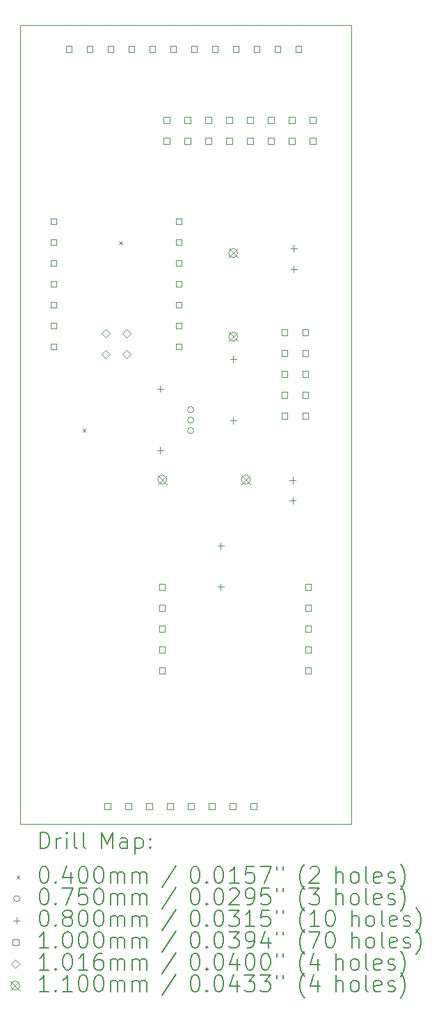
<source format=gbr>
%TF.GenerationSoftware,KiCad,Pcbnew,(7.0.0)*%
%TF.CreationDate,2023-03-19T22:55:24+00:00*%
%TF.ProjectId,back_microlidian,6261636b-5f6d-4696-9372-6f6c69646961,rev?*%
%TF.SameCoordinates,Original*%
%TF.FileFunction,Drillmap*%
%TF.FilePolarity,Positive*%
%FSLAX45Y45*%
G04 Gerber Fmt 4.5, Leading zero omitted, Abs format (unit mm)*
G04 Created by KiCad (PCBNEW (7.0.0)) date 2023-03-19 22:55:24*
%MOMM*%
%LPD*%
G01*
G04 APERTURE LIST*
%ADD10C,0.100000*%
%ADD11C,0.200000*%
%ADD12C,0.040000*%
%ADD13C,0.075000*%
%ADD14C,0.080000*%
%ADD15C,0.101600*%
%ADD16C,0.110000*%
G04 APERTURE END LIST*
D10*
X3823097Y-4623089D02*
X7853097Y-4623089D01*
X7853097Y-4623089D02*
X7853097Y-14345189D01*
X7853097Y-14345189D02*
X3823097Y-14345189D01*
X3823097Y-14345189D02*
X3823097Y-4623089D01*
D11*
D12*
X4582480Y-9538020D02*
X4622480Y-9578020D01*
X4622480Y-9538020D02*
X4582480Y-9578020D01*
X5026980Y-7254560D02*
X5066980Y-7294560D01*
X5066980Y-7254560D02*
X5026980Y-7294560D01*
D13*
X5934940Y-9304020D02*
G75*
G03*
X5934940Y-9304020I-37500J0D01*
G01*
X5934940Y-9431020D02*
G75*
G03*
X5934940Y-9431020I-37500J0D01*
G01*
X5934940Y-9558020D02*
G75*
G03*
X5934940Y-9558020I-37500J0D01*
G01*
D14*
X5527040Y-9009320D02*
X5527040Y-9089320D01*
X5487040Y-9049320D02*
X5567040Y-9049320D01*
X5527040Y-9759320D02*
X5527040Y-9839320D01*
X5487040Y-9799320D02*
X5567040Y-9799320D01*
X6263513Y-10921380D02*
X6263513Y-11001380D01*
X6223513Y-10961380D02*
X6303513Y-10961380D01*
X6263513Y-11421380D02*
X6263513Y-11501380D01*
X6223513Y-11461380D02*
X6303513Y-11461380D01*
X6416040Y-8647720D02*
X6416040Y-8727720D01*
X6376040Y-8687720D02*
X6456040Y-8687720D01*
X6416040Y-9397720D02*
X6416040Y-9477720D01*
X6376040Y-9437720D02*
X6456040Y-9437720D01*
X7139940Y-10120920D02*
X7139940Y-10200920D01*
X7099940Y-10160920D02*
X7179940Y-10160920D01*
X7139940Y-10370920D02*
X7139940Y-10450920D01*
X7099940Y-10410920D02*
X7179940Y-10410920D01*
X7152640Y-7304009D02*
X7152640Y-7384009D01*
X7112640Y-7344009D02*
X7192640Y-7344009D01*
X7152640Y-7554009D02*
X7152640Y-7634009D01*
X7112640Y-7594009D02*
X7192640Y-7594009D01*
D10*
X4266996Y-7048296D02*
X4266996Y-6977584D01*
X4196284Y-6977584D01*
X4196284Y-7048296D01*
X4266996Y-7048296D01*
X4266996Y-7302296D02*
X4266996Y-7231584D01*
X4196284Y-7231584D01*
X4196284Y-7302296D01*
X4266996Y-7302296D01*
X4266996Y-7556296D02*
X4266996Y-7485584D01*
X4196284Y-7485584D01*
X4196284Y-7556296D01*
X4266996Y-7556296D01*
X4266996Y-7810296D02*
X4266996Y-7739584D01*
X4196284Y-7739584D01*
X4196284Y-7810296D01*
X4266996Y-7810296D01*
X4266996Y-8064296D02*
X4266996Y-7993584D01*
X4196284Y-7993584D01*
X4196284Y-8064296D01*
X4266996Y-8064296D01*
X4266996Y-8318296D02*
X4266996Y-8247584D01*
X4196284Y-8247584D01*
X4196284Y-8318296D01*
X4266996Y-8318296D01*
X4266996Y-8572296D02*
X4266996Y-8501584D01*
X4196284Y-8501584D01*
X4196284Y-8572296D01*
X4266996Y-8572296D01*
X4449876Y-4952796D02*
X4449876Y-4882084D01*
X4379164Y-4882084D01*
X4379164Y-4952796D01*
X4449876Y-4952796D01*
X4703876Y-4952796D02*
X4703876Y-4882084D01*
X4633164Y-4882084D01*
X4633164Y-4952796D01*
X4703876Y-4952796D01*
X4922336Y-14165316D02*
X4922336Y-14094604D01*
X4851624Y-14094604D01*
X4851624Y-14165316D01*
X4922336Y-14165316D01*
X4957876Y-4952796D02*
X4957876Y-4882084D01*
X4887164Y-4882084D01*
X4887164Y-4952796D01*
X4957876Y-4952796D01*
X5176336Y-14165316D02*
X5176336Y-14094604D01*
X5105624Y-14094604D01*
X5105624Y-14165316D01*
X5176336Y-14165316D01*
X5211876Y-4952796D02*
X5211876Y-4882084D01*
X5141164Y-4882084D01*
X5141164Y-4952796D01*
X5211876Y-4952796D01*
X5430336Y-14165316D02*
X5430336Y-14094604D01*
X5359624Y-14094604D01*
X5359624Y-14165316D01*
X5430336Y-14165316D01*
X5465876Y-4952796D02*
X5465876Y-4882084D01*
X5395164Y-4882084D01*
X5395164Y-4952796D01*
X5465876Y-4952796D01*
X5587756Y-11498376D02*
X5587756Y-11427664D01*
X5517044Y-11427664D01*
X5517044Y-11498376D01*
X5587756Y-11498376D01*
X5587756Y-11752376D02*
X5587756Y-11681664D01*
X5517044Y-11681664D01*
X5517044Y-11752376D01*
X5587756Y-11752376D01*
X5587756Y-12006376D02*
X5587756Y-11935664D01*
X5517044Y-11935664D01*
X5517044Y-12006376D01*
X5587756Y-12006376D01*
X5587756Y-12260376D02*
X5587756Y-12189664D01*
X5517044Y-12189664D01*
X5517044Y-12260376D01*
X5587756Y-12260376D01*
X5587756Y-12514376D02*
X5587756Y-12443664D01*
X5517044Y-12443664D01*
X5517044Y-12514376D01*
X5587756Y-12514376D01*
X5639556Y-5816056D02*
X5639556Y-5745344D01*
X5568844Y-5745344D01*
X5568844Y-5816056D01*
X5639556Y-5816056D01*
X5639556Y-6070056D02*
X5639556Y-5999344D01*
X5568844Y-5999344D01*
X5568844Y-6070056D01*
X5639556Y-6070056D01*
X5684336Y-14165316D02*
X5684336Y-14094604D01*
X5613624Y-14094604D01*
X5613624Y-14165316D01*
X5684336Y-14165316D01*
X5719876Y-4952796D02*
X5719876Y-4882084D01*
X5649164Y-4882084D01*
X5649164Y-4952796D01*
X5719876Y-4952796D01*
X5790996Y-7048296D02*
X5790996Y-6977584D01*
X5720284Y-6977584D01*
X5720284Y-7048296D01*
X5790996Y-7048296D01*
X5790996Y-7302296D02*
X5790996Y-7231584D01*
X5720284Y-7231584D01*
X5720284Y-7302296D01*
X5790996Y-7302296D01*
X5790996Y-7556296D02*
X5790996Y-7485584D01*
X5720284Y-7485584D01*
X5720284Y-7556296D01*
X5790996Y-7556296D01*
X5790996Y-7810296D02*
X5790996Y-7739584D01*
X5720284Y-7739584D01*
X5720284Y-7810296D01*
X5790996Y-7810296D01*
X5790996Y-8064296D02*
X5790996Y-7993584D01*
X5720284Y-7993584D01*
X5720284Y-8064296D01*
X5790996Y-8064296D01*
X5790996Y-8318296D02*
X5790996Y-8247584D01*
X5720284Y-8247584D01*
X5720284Y-8318296D01*
X5790996Y-8318296D01*
X5790996Y-8572296D02*
X5790996Y-8501584D01*
X5720284Y-8501584D01*
X5720284Y-8572296D01*
X5790996Y-8572296D01*
X5893556Y-5816056D02*
X5893556Y-5745344D01*
X5822844Y-5745344D01*
X5822844Y-5816056D01*
X5893556Y-5816056D01*
X5893556Y-6070056D02*
X5893556Y-5999344D01*
X5822844Y-5999344D01*
X5822844Y-6070056D01*
X5893556Y-6070056D01*
X5938336Y-14165316D02*
X5938336Y-14094604D01*
X5867624Y-14094604D01*
X5867624Y-14165316D01*
X5938336Y-14165316D01*
X5973876Y-4952796D02*
X5973876Y-4882084D01*
X5903164Y-4882084D01*
X5903164Y-4952796D01*
X5973876Y-4952796D01*
X6147556Y-5816056D02*
X6147556Y-5745344D01*
X6076844Y-5745344D01*
X6076844Y-5816056D01*
X6147556Y-5816056D01*
X6147556Y-6070056D02*
X6147556Y-5999344D01*
X6076844Y-5999344D01*
X6076844Y-6070056D01*
X6147556Y-6070056D01*
X6192336Y-14165316D02*
X6192336Y-14094604D01*
X6121624Y-14094604D01*
X6121624Y-14165316D01*
X6192336Y-14165316D01*
X6227876Y-4952796D02*
X6227876Y-4882084D01*
X6157164Y-4882084D01*
X6157164Y-4952796D01*
X6227876Y-4952796D01*
X6401556Y-5816056D02*
X6401556Y-5745344D01*
X6330844Y-5745344D01*
X6330844Y-5816056D01*
X6401556Y-5816056D01*
X6401556Y-6070056D02*
X6401556Y-5999344D01*
X6330844Y-5999344D01*
X6330844Y-6070056D01*
X6401556Y-6070056D01*
X6446336Y-14165316D02*
X6446336Y-14094604D01*
X6375624Y-14094604D01*
X6375624Y-14165316D01*
X6446336Y-14165316D01*
X6481876Y-4952796D02*
X6481876Y-4882084D01*
X6411164Y-4882084D01*
X6411164Y-4952796D01*
X6481876Y-4952796D01*
X6655556Y-5816056D02*
X6655556Y-5745344D01*
X6584844Y-5745344D01*
X6584844Y-5816056D01*
X6655556Y-5816056D01*
X6655556Y-6070056D02*
X6655556Y-5999344D01*
X6584844Y-5999344D01*
X6584844Y-6070056D01*
X6655556Y-6070056D01*
X6700336Y-14165316D02*
X6700336Y-14094604D01*
X6629624Y-14094604D01*
X6629624Y-14165316D01*
X6700336Y-14165316D01*
X6735876Y-4952796D02*
X6735876Y-4882084D01*
X6665164Y-4882084D01*
X6665164Y-4952796D01*
X6735876Y-4952796D01*
X6909556Y-5816056D02*
X6909556Y-5745344D01*
X6838844Y-5745344D01*
X6838844Y-5816056D01*
X6909556Y-5816056D01*
X6909556Y-6070056D02*
X6909556Y-5999344D01*
X6838844Y-5999344D01*
X6838844Y-6070056D01*
X6909556Y-6070056D01*
X6989876Y-4952796D02*
X6989876Y-4882084D01*
X6919164Y-4882084D01*
X6919164Y-4952796D01*
X6989876Y-4952796D01*
X7073696Y-8399576D02*
X7073696Y-8328864D01*
X7002984Y-8328864D01*
X7002984Y-8399576D01*
X7073696Y-8399576D01*
X7073696Y-8653576D02*
X7073696Y-8582864D01*
X7002984Y-8582864D01*
X7002984Y-8653576D01*
X7073696Y-8653576D01*
X7073696Y-8907576D02*
X7073696Y-8836864D01*
X7002984Y-8836864D01*
X7002984Y-8907576D01*
X7073696Y-8907576D01*
X7073696Y-9161576D02*
X7073696Y-9090864D01*
X7002984Y-9090864D01*
X7002984Y-9161576D01*
X7073696Y-9161576D01*
X7073696Y-9415576D02*
X7073696Y-9344864D01*
X7002984Y-9344864D01*
X7002984Y-9415576D01*
X7073696Y-9415576D01*
X7163556Y-5816056D02*
X7163556Y-5745344D01*
X7092844Y-5745344D01*
X7092844Y-5816056D01*
X7163556Y-5816056D01*
X7163556Y-6070056D02*
X7163556Y-5999344D01*
X7092844Y-5999344D01*
X7092844Y-6070056D01*
X7163556Y-6070056D01*
X7243876Y-4952796D02*
X7243876Y-4882084D01*
X7173164Y-4882084D01*
X7173164Y-4952796D01*
X7243876Y-4952796D01*
X7327696Y-8399576D02*
X7327696Y-8328864D01*
X7256984Y-8328864D01*
X7256984Y-8399576D01*
X7327696Y-8399576D01*
X7327696Y-8653576D02*
X7327696Y-8582864D01*
X7256984Y-8582864D01*
X7256984Y-8653576D01*
X7327696Y-8653576D01*
X7327696Y-8907576D02*
X7327696Y-8836864D01*
X7256984Y-8836864D01*
X7256984Y-8907576D01*
X7327696Y-8907576D01*
X7327696Y-9161576D02*
X7327696Y-9090864D01*
X7256984Y-9090864D01*
X7256984Y-9161576D01*
X7327696Y-9161576D01*
X7327696Y-9415576D02*
X7327696Y-9344864D01*
X7256984Y-9344864D01*
X7256984Y-9415576D01*
X7327696Y-9415576D01*
X7365756Y-11498376D02*
X7365756Y-11427664D01*
X7295044Y-11427664D01*
X7295044Y-11498376D01*
X7365756Y-11498376D01*
X7365756Y-11752376D02*
X7365756Y-11681664D01*
X7295044Y-11681664D01*
X7295044Y-11752376D01*
X7365756Y-11752376D01*
X7365756Y-12006376D02*
X7365756Y-11935664D01*
X7295044Y-11935664D01*
X7295044Y-12006376D01*
X7365756Y-12006376D01*
X7365756Y-12260376D02*
X7365756Y-12189664D01*
X7295044Y-12189664D01*
X7295044Y-12260376D01*
X7365756Y-12260376D01*
X7365756Y-12514376D02*
X7365756Y-12443664D01*
X7295044Y-12443664D01*
X7295044Y-12514376D01*
X7365756Y-12514376D01*
X7417556Y-5816056D02*
X7417556Y-5745344D01*
X7346844Y-5745344D01*
X7346844Y-5816056D01*
X7417556Y-5816056D01*
X7417556Y-6070056D02*
X7417556Y-5999344D01*
X7346844Y-5999344D01*
X7346844Y-6070056D01*
X7417556Y-6070056D01*
D15*
X4866640Y-8428940D02*
X4917440Y-8378140D01*
X4866640Y-8327340D01*
X4815840Y-8378140D01*
X4866640Y-8428940D01*
X4866640Y-8682940D02*
X4917440Y-8632140D01*
X4866640Y-8581340D01*
X4815840Y-8632140D01*
X4866640Y-8682940D01*
X5120640Y-8428940D02*
X5171440Y-8378140D01*
X5120640Y-8327340D01*
X5069840Y-8378140D01*
X5120640Y-8428940D01*
X5120640Y-8682940D02*
X5171440Y-8632140D01*
X5120640Y-8581340D01*
X5069840Y-8632140D01*
X5120640Y-8682940D01*
D16*
X5497440Y-10099920D02*
X5607440Y-10209920D01*
X5607440Y-10099920D02*
X5497440Y-10209920D01*
X5607440Y-10154920D02*
G75*
G03*
X5607440Y-10154920I-55000J0D01*
G01*
X6361040Y-7344020D02*
X6471040Y-7454020D01*
X6471040Y-7344020D02*
X6361040Y-7454020D01*
X6471040Y-7399020D02*
G75*
G03*
X6471040Y-7399020I-55000J0D01*
G01*
X6361040Y-8360020D02*
X6471040Y-8470020D01*
X6471040Y-8360020D02*
X6361040Y-8470020D01*
X6471040Y-8415020D02*
G75*
G03*
X6471040Y-8415020I-55000J0D01*
G01*
X6513440Y-10099920D02*
X6623440Y-10209920D01*
X6623440Y-10099920D02*
X6513440Y-10209920D01*
X6623440Y-10154920D02*
G75*
G03*
X6623440Y-10154920I-55000J0D01*
G01*
D11*
X4065716Y-14643665D02*
X4065716Y-14443665D01*
X4065716Y-14443665D02*
X4113335Y-14443665D01*
X4113335Y-14443665D02*
X4141906Y-14453189D01*
X4141906Y-14453189D02*
X4160954Y-14472237D01*
X4160954Y-14472237D02*
X4170478Y-14491284D01*
X4170478Y-14491284D02*
X4180001Y-14529379D01*
X4180001Y-14529379D02*
X4180001Y-14557951D01*
X4180001Y-14557951D02*
X4170478Y-14596046D01*
X4170478Y-14596046D02*
X4160954Y-14615094D01*
X4160954Y-14615094D02*
X4141906Y-14634141D01*
X4141906Y-14634141D02*
X4113335Y-14643665D01*
X4113335Y-14643665D02*
X4065716Y-14643665D01*
X4265716Y-14643665D02*
X4265716Y-14510332D01*
X4265716Y-14548427D02*
X4275240Y-14529379D01*
X4275240Y-14529379D02*
X4284763Y-14519856D01*
X4284763Y-14519856D02*
X4303811Y-14510332D01*
X4303811Y-14510332D02*
X4322859Y-14510332D01*
X4389525Y-14643665D02*
X4389525Y-14510332D01*
X4389525Y-14443665D02*
X4380002Y-14453189D01*
X4380002Y-14453189D02*
X4389525Y-14462713D01*
X4389525Y-14462713D02*
X4399049Y-14453189D01*
X4399049Y-14453189D02*
X4389525Y-14443665D01*
X4389525Y-14443665D02*
X4389525Y-14462713D01*
X4513335Y-14643665D02*
X4494287Y-14634141D01*
X4494287Y-14634141D02*
X4484763Y-14615094D01*
X4484763Y-14615094D02*
X4484763Y-14443665D01*
X4618097Y-14643665D02*
X4599049Y-14634141D01*
X4599049Y-14634141D02*
X4589525Y-14615094D01*
X4589525Y-14615094D02*
X4589525Y-14443665D01*
X4814287Y-14643665D02*
X4814287Y-14443665D01*
X4814287Y-14443665D02*
X4880954Y-14586522D01*
X4880954Y-14586522D02*
X4947621Y-14443665D01*
X4947621Y-14443665D02*
X4947621Y-14643665D01*
X5128573Y-14643665D02*
X5128573Y-14538903D01*
X5128573Y-14538903D02*
X5119049Y-14519856D01*
X5119049Y-14519856D02*
X5100002Y-14510332D01*
X5100002Y-14510332D02*
X5061906Y-14510332D01*
X5061906Y-14510332D02*
X5042859Y-14519856D01*
X5128573Y-14634141D02*
X5109525Y-14643665D01*
X5109525Y-14643665D02*
X5061906Y-14643665D01*
X5061906Y-14643665D02*
X5042859Y-14634141D01*
X5042859Y-14634141D02*
X5033335Y-14615094D01*
X5033335Y-14615094D02*
X5033335Y-14596046D01*
X5033335Y-14596046D02*
X5042859Y-14576998D01*
X5042859Y-14576998D02*
X5061906Y-14567475D01*
X5061906Y-14567475D02*
X5109525Y-14567475D01*
X5109525Y-14567475D02*
X5128573Y-14557951D01*
X5223811Y-14510332D02*
X5223811Y-14710332D01*
X5223811Y-14519856D02*
X5242859Y-14510332D01*
X5242859Y-14510332D02*
X5280954Y-14510332D01*
X5280954Y-14510332D02*
X5300002Y-14519856D01*
X5300002Y-14519856D02*
X5309525Y-14529379D01*
X5309525Y-14529379D02*
X5319049Y-14548427D01*
X5319049Y-14548427D02*
X5319049Y-14605570D01*
X5319049Y-14605570D02*
X5309525Y-14624617D01*
X5309525Y-14624617D02*
X5300002Y-14634141D01*
X5300002Y-14634141D02*
X5280954Y-14643665D01*
X5280954Y-14643665D02*
X5242859Y-14643665D01*
X5242859Y-14643665D02*
X5223811Y-14634141D01*
X5404763Y-14624617D02*
X5414287Y-14634141D01*
X5414287Y-14634141D02*
X5404763Y-14643665D01*
X5404763Y-14643665D02*
X5395240Y-14634141D01*
X5395240Y-14634141D02*
X5404763Y-14624617D01*
X5404763Y-14624617D02*
X5404763Y-14643665D01*
X5404763Y-14519856D02*
X5414287Y-14529379D01*
X5414287Y-14529379D02*
X5404763Y-14538903D01*
X5404763Y-14538903D02*
X5395240Y-14529379D01*
X5395240Y-14529379D02*
X5404763Y-14519856D01*
X5404763Y-14519856D02*
X5404763Y-14538903D01*
D12*
X3778097Y-14970189D02*
X3818097Y-15010189D01*
X3818097Y-14970189D02*
X3778097Y-15010189D01*
D11*
X4103811Y-14863665D02*
X4122859Y-14863665D01*
X4122859Y-14863665D02*
X4141906Y-14873189D01*
X4141906Y-14873189D02*
X4151430Y-14882713D01*
X4151430Y-14882713D02*
X4160954Y-14901760D01*
X4160954Y-14901760D02*
X4170478Y-14939856D01*
X4170478Y-14939856D02*
X4170478Y-14987475D01*
X4170478Y-14987475D02*
X4160954Y-15025570D01*
X4160954Y-15025570D02*
X4151430Y-15044617D01*
X4151430Y-15044617D02*
X4141906Y-15054141D01*
X4141906Y-15054141D02*
X4122859Y-15063665D01*
X4122859Y-15063665D02*
X4103811Y-15063665D01*
X4103811Y-15063665D02*
X4084763Y-15054141D01*
X4084763Y-15054141D02*
X4075240Y-15044617D01*
X4075240Y-15044617D02*
X4065716Y-15025570D01*
X4065716Y-15025570D02*
X4056192Y-14987475D01*
X4056192Y-14987475D02*
X4056192Y-14939856D01*
X4056192Y-14939856D02*
X4065716Y-14901760D01*
X4065716Y-14901760D02*
X4075240Y-14882713D01*
X4075240Y-14882713D02*
X4084763Y-14873189D01*
X4084763Y-14873189D02*
X4103811Y-14863665D01*
X4256192Y-15044617D02*
X4265716Y-15054141D01*
X4265716Y-15054141D02*
X4256192Y-15063665D01*
X4256192Y-15063665D02*
X4246668Y-15054141D01*
X4246668Y-15054141D02*
X4256192Y-15044617D01*
X4256192Y-15044617D02*
X4256192Y-15063665D01*
X4437144Y-14930332D02*
X4437144Y-15063665D01*
X4389525Y-14854141D02*
X4341906Y-14996998D01*
X4341906Y-14996998D02*
X4465716Y-14996998D01*
X4580002Y-14863665D02*
X4599049Y-14863665D01*
X4599049Y-14863665D02*
X4618097Y-14873189D01*
X4618097Y-14873189D02*
X4627621Y-14882713D01*
X4627621Y-14882713D02*
X4637144Y-14901760D01*
X4637144Y-14901760D02*
X4646668Y-14939856D01*
X4646668Y-14939856D02*
X4646668Y-14987475D01*
X4646668Y-14987475D02*
X4637144Y-15025570D01*
X4637144Y-15025570D02*
X4627621Y-15044617D01*
X4627621Y-15044617D02*
X4618097Y-15054141D01*
X4618097Y-15054141D02*
X4599049Y-15063665D01*
X4599049Y-15063665D02*
X4580002Y-15063665D01*
X4580002Y-15063665D02*
X4560954Y-15054141D01*
X4560954Y-15054141D02*
X4551430Y-15044617D01*
X4551430Y-15044617D02*
X4541906Y-15025570D01*
X4541906Y-15025570D02*
X4532383Y-14987475D01*
X4532383Y-14987475D02*
X4532383Y-14939856D01*
X4532383Y-14939856D02*
X4541906Y-14901760D01*
X4541906Y-14901760D02*
X4551430Y-14882713D01*
X4551430Y-14882713D02*
X4560954Y-14873189D01*
X4560954Y-14873189D02*
X4580002Y-14863665D01*
X4770478Y-14863665D02*
X4789525Y-14863665D01*
X4789525Y-14863665D02*
X4808573Y-14873189D01*
X4808573Y-14873189D02*
X4818097Y-14882713D01*
X4818097Y-14882713D02*
X4827621Y-14901760D01*
X4827621Y-14901760D02*
X4837144Y-14939856D01*
X4837144Y-14939856D02*
X4837144Y-14987475D01*
X4837144Y-14987475D02*
X4827621Y-15025570D01*
X4827621Y-15025570D02*
X4818097Y-15044617D01*
X4818097Y-15044617D02*
X4808573Y-15054141D01*
X4808573Y-15054141D02*
X4789525Y-15063665D01*
X4789525Y-15063665D02*
X4770478Y-15063665D01*
X4770478Y-15063665D02*
X4751430Y-15054141D01*
X4751430Y-15054141D02*
X4741906Y-15044617D01*
X4741906Y-15044617D02*
X4732383Y-15025570D01*
X4732383Y-15025570D02*
X4722859Y-14987475D01*
X4722859Y-14987475D02*
X4722859Y-14939856D01*
X4722859Y-14939856D02*
X4732383Y-14901760D01*
X4732383Y-14901760D02*
X4741906Y-14882713D01*
X4741906Y-14882713D02*
X4751430Y-14873189D01*
X4751430Y-14873189D02*
X4770478Y-14863665D01*
X4922859Y-15063665D02*
X4922859Y-14930332D01*
X4922859Y-14949379D02*
X4932383Y-14939856D01*
X4932383Y-14939856D02*
X4951430Y-14930332D01*
X4951430Y-14930332D02*
X4980002Y-14930332D01*
X4980002Y-14930332D02*
X4999049Y-14939856D01*
X4999049Y-14939856D02*
X5008573Y-14958903D01*
X5008573Y-14958903D02*
X5008573Y-15063665D01*
X5008573Y-14958903D02*
X5018097Y-14939856D01*
X5018097Y-14939856D02*
X5037144Y-14930332D01*
X5037144Y-14930332D02*
X5065716Y-14930332D01*
X5065716Y-14930332D02*
X5084764Y-14939856D01*
X5084764Y-14939856D02*
X5094287Y-14958903D01*
X5094287Y-14958903D02*
X5094287Y-15063665D01*
X5189525Y-15063665D02*
X5189525Y-14930332D01*
X5189525Y-14949379D02*
X5199049Y-14939856D01*
X5199049Y-14939856D02*
X5218097Y-14930332D01*
X5218097Y-14930332D02*
X5246668Y-14930332D01*
X5246668Y-14930332D02*
X5265716Y-14939856D01*
X5265716Y-14939856D02*
X5275240Y-14958903D01*
X5275240Y-14958903D02*
X5275240Y-15063665D01*
X5275240Y-14958903D02*
X5284764Y-14939856D01*
X5284764Y-14939856D02*
X5303811Y-14930332D01*
X5303811Y-14930332D02*
X5332383Y-14930332D01*
X5332383Y-14930332D02*
X5351430Y-14939856D01*
X5351430Y-14939856D02*
X5360954Y-14958903D01*
X5360954Y-14958903D02*
X5360954Y-15063665D01*
X5719049Y-14854141D02*
X5547621Y-15111284D01*
X5943811Y-14863665D02*
X5962859Y-14863665D01*
X5962859Y-14863665D02*
X5981906Y-14873189D01*
X5981906Y-14873189D02*
X5991430Y-14882713D01*
X5991430Y-14882713D02*
X6000954Y-14901760D01*
X6000954Y-14901760D02*
X6010478Y-14939856D01*
X6010478Y-14939856D02*
X6010478Y-14987475D01*
X6010478Y-14987475D02*
X6000954Y-15025570D01*
X6000954Y-15025570D02*
X5991430Y-15044617D01*
X5991430Y-15044617D02*
X5981906Y-15054141D01*
X5981906Y-15054141D02*
X5962859Y-15063665D01*
X5962859Y-15063665D02*
X5943811Y-15063665D01*
X5943811Y-15063665D02*
X5924763Y-15054141D01*
X5924763Y-15054141D02*
X5915240Y-15044617D01*
X5915240Y-15044617D02*
X5905716Y-15025570D01*
X5905716Y-15025570D02*
X5896192Y-14987475D01*
X5896192Y-14987475D02*
X5896192Y-14939856D01*
X5896192Y-14939856D02*
X5905716Y-14901760D01*
X5905716Y-14901760D02*
X5915240Y-14882713D01*
X5915240Y-14882713D02*
X5924763Y-14873189D01*
X5924763Y-14873189D02*
X5943811Y-14863665D01*
X6096192Y-15044617D02*
X6105716Y-15054141D01*
X6105716Y-15054141D02*
X6096192Y-15063665D01*
X6096192Y-15063665D02*
X6086668Y-15054141D01*
X6086668Y-15054141D02*
X6096192Y-15044617D01*
X6096192Y-15044617D02*
X6096192Y-15063665D01*
X6229525Y-14863665D02*
X6248573Y-14863665D01*
X6248573Y-14863665D02*
X6267621Y-14873189D01*
X6267621Y-14873189D02*
X6277144Y-14882713D01*
X6277144Y-14882713D02*
X6286668Y-14901760D01*
X6286668Y-14901760D02*
X6296192Y-14939856D01*
X6296192Y-14939856D02*
X6296192Y-14987475D01*
X6296192Y-14987475D02*
X6286668Y-15025570D01*
X6286668Y-15025570D02*
X6277144Y-15044617D01*
X6277144Y-15044617D02*
X6267621Y-15054141D01*
X6267621Y-15054141D02*
X6248573Y-15063665D01*
X6248573Y-15063665D02*
X6229525Y-15063665D01*
X6229525Y-15063665D02*
X6210478Y-15054141D01*
X6210478Y-15054141D02*
X6200954Y-15044617D01*
X6200954Y-15044617D02*
X6191430Y-15025570D01*
X6191430Y-15025570D02*
X6181906Y-14987475D01*
X6181906Y-14987475D02*
X6181906Y-14939856D01*
X6181906Y-14939856D02*
X6191430Y-14901760D01*
X6191430Y-14901760D02*
X6200954Y-14882713D01*
X6200954Y-14882713D02*
X6210478Y-14873189D01*
X6210478Y-14873189D02*
X6229525Y-14863665D01*
X6486668Y-15063665D02*
X6372383Y-15063665D01*
X6429525Y-15063665D02*
X6429525Y-14863665D01*
X6429525Y-14863665D02*
X6410478Y-14892237D01*
X6410478Y-14892237D02*
X6391430Y-14911284D01*
X6391430Y-14911284D02*
X6372383Y-14920808D01*
X6667621Y-14863665D02*
X6572383Y-14863665D01*
X6572383Y-14863665D02*
X6562859Y-14958903D01*
X6562859Y-14958903D02*
X6572383Y-14949379D01*
X6572383Y-14949379D02*
X6591430Y-14939856D01*
X6591430Y-14939856D02*
X6639049Y-14939856D01*
X6639049Y-14939856D02*
X6658097Y-14949379D01*
X6658097Y-14949379D02*
X6667621Y-14958903D01*
X6667621Y-14958903D02*
X6677144Y-14977951D01*
X6677144Y-14977951D02*
X6677144Y-15025570D01*
X6677144Y-15025570D02*
X6667621Y-15044617D01*
X6667621Y-15044617D02*
X6658097Y-15054141D01*
X6658097Y-15054141D02*
X6639049Y-15063665D01*
X6639049Y-15063665D02*
X6591430Y-15063665D01*
X6591430Y-15063665D02*
X6572383Y-15054141D01*
X6572383Y-15054141D02*
X6562859Y-15044617D01*
X6743811Y-14863665D02*
X6877144Y-14863665D01*
X6877144Y-14863665D02*
X6791430Y-15063665D01*
X6943811Y-14863665D02*
X6943811Y-14901760D01*
X7020002Y-14863665D02*
X7020002Y-14901760D01*
X7282859Y-15139856D02*
X7273335Y-15130332D01*
X7273335Y-15130332D02*
X7254287Y-15101760D01*
X7254287Y-15101760D02*
X7244764Y-15082713D01*
X7244764Y-15082713D02*
X7235240Y-15054141D01*
X7235240Y-15054141D02*
X7225716Y-15006522D01*
X7225716Y-15006522D02*
X7225716Y-14968427D01*
X7225716Y-14968427D02*
X7235240Y-14920808D01*
X7235240Y-14920808D02*
X7244764Y-14892237D01*
X7244764Y-14892237D02*
X7254287Y-14873189D01*
X7254287Y-14873189D02*
X7273335Y-14844617D01*
X7273335Y-14844617D02*
X7282859Y-14835094D01*
X7349525Y-14882713D02*
X7359049Y-14873189D01*
X7359049Y-14873189D02*
X7378097Y-14863665D01*
X7378097Y-14863665D02*
X7425716Y-14863665D01*
X7425716Y-14863665D02*
X7444764Y-14873189D01*
X7444764Y-14873189D02*
X7454287Y-14882713D01*
X7454287Y-14882713D02*
X7463811Y-14901760D01*
X7463811Y-14901760D02*
X7463811Y-14920808D01*
X7463811Y-14920808D02*
X7454287Y-14949379D01*
X7454287Y-14949379D02*
X7340002Y-15063665D01*
X7340002Y-15063665D02*
X7463811Y-15063665D01*
X7669525Y-15063665D02*
X7669525Y-14863665D01*
X7755240Y-15063665D02*
X7755240Y-14958903D01*
X7755240Y-14958903D02*
X7745716Y-14939856D01*
X7745716Y-14939856D02*
X7726668Y-14930332D01*
X7726668Y-14930332D02*
X7698097Y-14930332D01*
X7698097Y-14930332D02*
X7679049Y-14939856D01*
X7679049Y-14939856D02*
X7669525Y-14949379D01*
X7879049Y-15063665D02*
X7860002Y-15054141D01*
X7860002Y-15054141D02*
X7850478Y-15044617D01*
X7850478Y-15044617D02*
X7840954Y-15025570D01*
X7840954Y-15025570D02*
X7840954Y-14968427D01*
X7840954Y-14968427D02*
X7850478Y-14949379D01*
X7850478Y-14949379D02*
X7860002Y-14939856D01*
X7860002Y-14939856D02*
X7879049Y-14930332D01*
X7879049Y-14930332D02*
X7907621Y-14930332D01*
X7907621Y-14930332D02*
X7926668Y-14939856D01*
X7926668Y-14939856D02*
X7936192Y-14949379D01*
X7936192Y-14949379D02*
X7945716Y-14968427D01*
X7945716Y-14968427D02*
X7945716Y-15025570D01*
X7945716Y-15025570D02*
X7936192Y-15044617D01*
X7936192Y-15044617D02*
X7926668Y-15054141D01*
X7926668Y-15054141D02*
X7907621Y-15063665D01*
X7907621Y-15063665D02*
X7879049Y-15063665D01*
X8060002Y-15063665D02*
X8040954Y-15054141D01*
X8040954Y-15054141D02*
X8031430Y-15035094D01*
X8031430Y-15035094D02*
X8031430Y-14863665D01*
X8212383Y-15054141D02*
X8193335Y-15063665D01*
X8193335Y-15063665D02*
X8155240Y-15063665D01*
X8155240Y-15063665D02*
X8136192Y-15054141D01*
X8136192Y-15054141D02*
X8126668Y-15035094D01*
X8126668Y-15035094D02*
X8126668Y-14958903D01*
X8126668Y-14958903D02*
X8136192Y-14939856D01*
X8136192Y-14939856D02*
X8155240Y-14930332D01*
X8155240Y-14930332D02*
X8193335Y-14930332D01*
X8193335Y-14930332D02*
X8212383Y-14939856D01*
X8212383Y-14939856D02*
X8221906Y-14958903D01*
X8221906Y-14958903D02*
X8221906Y-14977951D01*
X8221906Y-14977951D02*
X8126668Y-14996998D01*
X8298097Y-15054141D02*
X8317145Y-15063665D01*
X8317145Y-15063665D02*
X8355240Y-15063665D01*
X8355240Y-15063665D02*
X8374287Y-15054141D01*
X8374287Y-15054141D02*
X8383811Y-15035094D01*
X8383811Y-15035094D02*
X8383811Y-15025570D01*
X8383811Y-15025570D02*
X8374287Y-15006522D01*
X8374287Y-15006522D02*
X8355240Y-14996998D01*
X8355240Y-14996998D02*
X8326668Y-14996998D01*
X8326668Y-14996998D02*
X8307621Y-14987475D01*
X8307621Y-14987475D02*
X8298097Y-14968427D01*
X8298097Y-14968427D02*
X8298097Y-14958903D01*
X8298097Y-14958903D02*
X8307621Y-14939856D01*
X8307621Y-14939856D02*
X8326668Y-14930332D01*
X8326668Y-14930332D02*
X8355240Y-14930332D01*
X8355240Y-14930332D02*
X8374287Y-14939856D01*
X8450478Y-15139856D02*
X8460002Y-15130332D01*
X8460002Y-15130332D02*
X8479049Y-15101760D01*
X8479049Y-15101760D02*
X8488573Y-15082713D01*
X8488573Y-15082713D02*
X8498097Y-15054141D01*
X8498097Y-15054141D02*
X8507621Y-15006522D01*
X8507621Y-15006522D02*
X8507621Y-14968427D01*
X8507621Y-14968427D02*
X8498097Y-14920808D01*
X8498097Y-14920808D02*
X8488573Y-14892237D01*
X8488573Y-14892237D02*
X8479049Y-14873189D01*
X8479049Y-14873189D02*
X8460002Y-14844617D01*
X8460002Y-14844617D02*
X8450478Y-14835094D01*
D13*
X3818097Y-15254189D02*
G75*
G03*
X3818097Y-15254189I-37500J0D01*
G01*
D11*
X4103811Y-15127665D02*
X4122859Y-15127665D01*
X4122859Y-15127665D02*
X4141906Y-15137189D01*
X4141906Y-15137189D02*
X4151430Y-15146713D01*
X4151430Y-15146713D02*
X4160954Y-15165760D01*
X4160954Y-15165760D02*
X4170478Y-15203856D01*
X4170478Y-15203856D02*
X4170478Y-15251475D01*
X4170478Y-15251475D02*
X4160954Y-15289570D01*
X4160954Y-15289570D02*
X4151430Y-15308617D01*
X4151430Y-15308617D02*
X4141906Y-15318141D01*
X4141906Y-15318141D02*
X4122859Y-15327665D01*
X4122859Y-15327665D02*
X4103811Y-15327665D01*
X4103811Y-15327665D02*
X4084763Y-15318141D01*
X4084763Y-15318141D02*
X4075240Y-15308617D01*
X4075240Y-15308617D02*
X4065716Y-15289570D01*
X4065716Y-15289570D02*
X4056192Y-15251475D01*
X4056192Y-15251475D02*
X4056192Y-15203856D01*
X4056192Y-15203856D02*
X4065716Y-15165760D01*
X4065716Y-15165760D02*
X4075240Y-15146713D01*
X4075240Y-15146713D02*
X4084763Y-15137189D01*
X4084763Y-15137189D02*
X4103811Y-15127665D01*
X4256192Y-15308617D02*
X4265716Y-15318141D01*
X4265716Y-15318141D02*
X4256192Y-15327665D01*
X4256192Y-15327665D02*
X4246668Y-15318141D01*
X4246668Y-15318141D02*
X4256192Y-15308617D01*
X4256192Y-15308617D02*
X4256192Y-15327665D01*
X4332383Y-15127665D02*
X4465716Y-15127665D01*
X4465716Y-15127665D02*
X4380002Y-15327665D01*
X4637144Y-15127665D02*
X4541906Y-15127665D01*
X4541906Y-15127665D02*
X4532383Y-15222903D01*
X4532383Y-15222903D02*
X4541906Y-15213379D01*
X4541906Y-15213379D02*
X4560954Y-15203856D01*
X4560954Y-15203856D02*
X4608573Y-15203856D01*
X4608573Y-15203856D02*
X4627621Y-15213379D01*
X4627621Y-15213379D02*
X4637144Y-15222903D01*
X4637144Y-15222903D02*
X4646668Y-15241951D01*
X4646668Y-15241951D02*
X4646668Y-15289570D01*
X4646668Y-15289570D02*
X4637144Y-15308617D01*
X4637144Y-15308617D02*
X4627621Y-15318141D01*
X4627621Y-15318141D02*
X4608573Y-15327665D01*
X4608573Y-15327665D02*
X4560954Y-15327665D01*
X4560954Y-15327665D02*
X4541906Y-15318141D01*
X4541906Y-15318141D02*
X4532383Y-15308617D01*
X4770478Y-15127665D02*
X4789525Y-15127665D01*
X4789525Y-15127665D02*
X4808573Y-15137189D01*
X4808573Y-15137189D02*
X4818097Y-15146713D01*
X4818097Y-15146713D02*
X4827621Y-15165760D01*
X4827621Y-15165760D02*
X4837144Y-15203856D01*
X4837144Y-15203856D02*
X4837144Y-15251475D01*
X4837144Y-15251475D02*
X4827621Y-15289570D01*
X4827621Y-15289570D02*
X4818097Y-15308617D01*
X4818097Y-15308617D02*
X4808573Y-15318141D01*
X4808573Y-15318141D02*
X4789525Y-15327665D01*
X4789525Y-15327665D02*
X4770478Y-15327665D01*
X4770478Y-15327665D02*
X4751430Y-15318141D01*
X4751430Y-15318141D02*
X4741906Y-15308617D01*
X4741906Y-15308617D02*
X4732383Y-15289570D01*
X4732383Y-15289570D02*
X4722859Y-15251475D01*
X4722859Y-15251475D02*
X4722859Y-15203856D01*
X4722859Y-15203856D02*
X4732383Y-15165760D01*
X4732383Y-15165760D02*
X4741906Y-15146713D01*
X4741906Y-15146713D02*
X4751430Y-15137189D01*
X4751430Y-15137189D02*
X4770478Y-15127665D01*
X4922859Y-15327665D02*
X4922859Y-15194332D01*
X4922859Y-15213379D02*
X4932383Y-15203856D01*
X4932383Y-15203856D02*
X4951430Y-15194332D01*
X4951430Y-15194332D02*
X4980002Y-15194332D01*
X4980002Y-15194332D02*
X4999049Y-15203856D01*
X4999049Y-15203856D02*
X5008573Y-15222903D01*
X5008573Y-15222903D02*
X5008573Y-15327665D01*
X5008573Y-15222903D02*
X5018097Y-15203856D01*
X5018097Y-15203856D02*
X5037144Y-15194332D01*
X5037144Y-15194332D02*
X5065716Y-15194332D01*
X5065716Y-15194332D02*
X5084764Y-15203856D01*
X5084764Y-15203856D02*
X5094287Y-15222903D01*
X5094287Y-15222903D02*
X5094287Y-15327665D01*
X5189525Y-15327665D02*
X5189525Y-15194332D01*
X5189525Y-15213379D02*
X5199049Y-15203856D01*
X5199049Y-15203856D02*
X5218097Y-15194332D01*
X5218097Y-15194332D02*
X5246668Y-15194332D01*
X5246668Y-15194332D02*
X5265716Y-15203856D01*
X5265716Y-15203856D02*
X5275240Y-15222903D01*
X5275240Y-15222903D02*
X5275240Y-15327665D01*
X5275240Y-15222903D02*
X5284764Y-15203856D01*
X5284764Y-15203856D02*
X5303811Y-15194332D01*
X5303811Y-15194332D02*
X5332383Y-15194332D01*
X5332383Y-15194332D02*
X5351430Y-15203856D01*
X5351430Y-15203856D02*
X5360954Y-15222903D01*
X5360954Y-15222903D02*
X5360954Y-15327665D01*
X5719049Y-15118141D02*
X5547621Y-15375284D01*
X5943811Y-15127665D02*
X5962859Y-15127665D01*
X5962859Y-15127665D02*
X5981906Y-15137189D01*
X5981906Y-15137189D02*
X5991430Y-15146713D01*
X5991430Y-15146713D02*
X6000954Y-15165760D01*
X6000954Y-15165760D02*
X6010478Y-15203856D01*
X6010478Y-15203856D02*
X6010478Y-15251475D01*
X6010478Y-15251475D02*
X6000954Y-15289570D01*
X6000954Y-15289570D02*
X5991430Y-15308617D01*
X5991430Y-15308617D02*
X5981906Y-15318141D01*
X5981906Y-15318141D02*
X5962859Y-15327665D01*
X5962859Y-15327665D02*
X5943811Y-15327665D01*
X5943811Y-15327665D02*
X5924763Y-15318141D01*
X5924763Y-15318141D02*
X5915240Y-15308617D01*
X5915240Y-15308617D02*
X5905716Y-15289570D01*
X5905716Y-15289570D02*
X5896192Y-15251475D01*
X5896192Y-15251475D02*
X5896192Y-15203856D01*
X5896192Y-15203856D02*
X5905716Y-15165760D01*
X5905716Y-15165760D02*
X5915240Y-15146713D01*
X5915240Y-15146713D02*
X5924763Y-15137189D01*
X5924763Y-15137189D02*
X5943811Y-15127665D01*
X6096192Y-15308617D02*
X6105716Y-15318141D01*
X6105716Y-15318141D02*
X6096192Y-15327665D01*
X6096192Y-15327665D02*
X6086668Y-15318141D01*
X6086668Y-15318141D02*
X6096192Y-15308617D01*
X6096192Y-15308617D02*
X6096192Y-15327665D01*
X6229525Y-15127665D02*
X6248573Y-15127665D01*
X6248573Y-15127665D02*
X6267621Y-15137189D01*
X6267621Y-15137189D02*
X6277144Y-15146713D01*
X6277144Y-15146713D02*
X6286668Y-15165760D01*
X6286668Y-15165760D02*
X6296192Y-15203856D01*
X6296192Y-15203856D02*
X6296192Y-15251475D01*
X6296192Y-15251475D02*
X6286668Y-15289570D01*
X6286668Y-15289570D02*
X6277144Y-15308617D01*
X6277144Y-15308617D02*
X6267621Y-15318141D01*
X6267621Y-15318141D02*
X6248573Y-15327665D01*
X6248573Y-15327665D02*
X6229525Y-15327665D01*
X6229525Y-15327665D02*
X6210478Y-15318141D01*
X6210478Y-15318141D02*
X6200954Y-15308617D01*
X6200954Y-15308617D02*
X6191430Y-15289570D01*
X6191430Y-15289570D02*
X6181906Y-15251475D01*
X6181906Y-15251475D02*
X6181906Y-15203856D01*
X6181906Y-15203856D02*
X6191430Y-15165760D01*
X6191430Y-15165760D02*
X6200954Y-15146713D01*
X6200954Y-15146713D02*
X6210478Y-15137189D01*
X6210478Y-15137189D02*
X6229525Y-15127665D01*
X6372383Y-15146713D02*
X6381906Y-15137189D01*
X6381906Y-15137189D02*
X6400954Y-15127665D01*
X6400954Y-15127665D02*
X6448573Y-15127665D01*
X6448573Y-15127665D02*
X6467621Y-15137189D01*
X6467621Y-15137189D02*
X6477144Y-15146713D01*
X6477144Y-15146713D02*
X6486668Y-15165760D01*
X6486668Y-15165760D02*
X6486668Y-15184808D01*
X6486668Y-15184808D02*
X6477144Y-15213379D01*
X6477144Y-15213379D02*
X6362859Y-15327665D01*
X6362859Y-15327665D02*
X6486668Y-15327665D01*
X6581906Y-15327665D02*
X6620002Y-15327665D01*
X6620002Y-15327665D02*
X6639049Y-15318141D01*
X6639049Y-15318141D02*
X6648573Y-15308617D01*
X6648573Y-15308617D02*
X6667621Y-15280046D01*
X6667621Y-15280046D02*
X6677144Y-15241951D01*
X6677144Y-15241951D02*
X6677144Y-15165760D01*
X6677144Y-15165760D02*
X6667621Y-15146713D01*
X6667621Y-15146713D02*
X6658097Y-15137189D01*
X6658097Y-15137189D02*
X6639049Y-15127665D01*
X6639049Y-15127665D02*
X6600954Y-15127665D01*
X6600954Y-15127665D02*
X6581906Y-15137189D01*
X6581906Y-15137189D02*
X6572383Y-15146713D01*
X6572383Y-15146713D02*
X6562859Y-15165760D01*
X6562859Y-15165760D02*
X6562859Y-15213379D01*
X6562859Y-15213379D02*
X6572383Y-15232427D01*
X6572383Y-15232427D02*
X6581906Y-15241951D01*
X6581906Y-15241951D02*
X6600954Y-15251475D01*
X6600954Y-15251475D02*
X6639049Y-15251475D01*
X6639049Y-15251475D02*
X6658097Y-15241951D01*
X6658097Y-15241951D02*
X6667621Y-15232427D01*
X6667621Y-15232427D02*
X6677144Y-15213379D01*
X6858097Y-15127665D02*
X6762859Y-15127665D01*
X6762859Y-15127665D02*
X6753335Y-15222903D01*
X6753335Y-15222903D02*
X6762859Y-15213379D01*
X6762859Y-15213379D02*
X6781906Y-15203856D01*
X6781906Y-15203856D02*
X6829525Y-15203856D01*
X6829525Y-15203856D02*
X6848573Y-15213379D01*
X6848573Y-15213379D02*
X6858097Y-15222903D01*
X6858097Y-15222903D02*
X6867621Y-15241951D01*
X6867621Y-15241951D02*
X6867621Y-15289570D01*
X6867621Y-15289570D02*
X6858097Y-15308617D01*
X6858097Y-15308617D02*
X6848573Y-15318141D01*
X6848573Y-15318141D02*
X6829525Y-15327665D01*
X6829525Y-15327665D02*
X6781906Y-15327665D01*
X6781906Y-15327665D02*
X6762859Y-15318141D01*
X6762859Y-15318141D02*
X6753335Y-15308617D01*
X6943811Y-15127665D02*
X6943811Y-15165760D01*
X7020002Y-15127665D02*
X7020002Y-15165760D01*
X7282859Y-15403856D02*
X7273335Y-15394332D01*
X7273335Y-15394332D02*
X7254287Y-15365760D01*
X7254287Y-15365760D02*
X7244764Y-15346713D01*
X7244764Y-15346713D02*
X7235240Y-15318141D01*
X7235240Y-15318141D02*
X7225716Y-15270522D01*
X7225716Y-15270522D02*
X7225716Y-15232427D01*
X7225716Y-15232427D02*
X7235240Y-15184808D01*
X7235240Y-15184808D02*
X7244764Y-15156237D01*
X7244764Y-15156237D02*
X7254287Y-15137189D01*
X7254287Y-15137189D02*
X7273335Y-15108617D01*
X7273335Y-15108617D02*
X7282859Y-15099094D01*
X7340002Y-15127665D02*
X7463811Y-15127665D01*
X7463811Y-15127665D02*
X7397144Y-15203856D01*
X7397144Y-15203856D02*
X7425716Y-15203856D01*
X7425716Y-15203856D02*
X7444764Y-15213379D01*
X7444764Y-15213379D02*
X7454287Y-15222903D01*
X7454287Y-15222903D02*
X7463811Y-15241951D01*
X7463811Y-15241951D02*
X7463811Y-15289570D01*
X7463811Y-15289570D02*
X7454287Y-15308617D01*
X7454287Y-15308617D02*
X7444764Y-15318141D01*
X7444764Y-15318141D02*
X7425716Y-15327665D01*
X7425716Y-15327665D02*
X7368573Y-15327665D01*
X7368573Y-15327665D02*
X7349525Y-15318141D01*
X7349525Y-15318141D02*
X7340002Y-15308617D01*
X7669525Y-15327665D02*
X7669525Y-15127665D01*
X7755240Y-15327665D02*
X7755240Y-15222903D01*
X7755240Y-15222903D02*
X7745716Y-15203856D01*
X7745716Y-15203856D02*
X7726668Y-15194332D01*
X7726668Y-15194332D02*
X7698097Y-15194332D01*
X7698097Y-15194332D02*
X7679049Y-15203856D01*
X7679049Y-15203856D02*
X7669525Y-15213379D01*
X7879049Y-15327665D02*
X7860002Y-15318141D01*
X7860002Y-15318141D02*
X7850478Y-15308617D01*
X7850478Y-15308617D02*
X7840954Y-15289570D01*
X7840954Y-15289570D02*
X7840954Y-15232427D01*
X7840954Y-15232427D02*
X7850478Y-15213379D01*
X7850478Y-15213379D02*
X7860002Y-15203856D01*
X7860002Y-15203856D02*
X7879049Y-15194332D01*
X7879049Y-15194332D02*
X7907621Y-15194332D01*
X7907621Y-15194332D02*
X7926668Y-15203856D01*
X7926668Y-15203856D02*
X7936192Y-15213379D01*
X7936192Y-15213379D02*
X7945716Y-15232427D01*
X7945716Y-15232427D02*
X7945716Y-15289570D01*
X7945716Y-15289570D02*
X7936192Y-15308617D01*
X7936192Y-15308617D02*
X7926668Y-15318141D01*
X7926668Y-15318141D02*
X7907621Y-15327665D01*
X7907621Y-15327665D02*
X7879049Y-15327665D01*
X8060002Y-15327665D02*
X8040954Y-15318141D01*
X8040954Y-15318141D02*
X8031430Y-15299094D01*
X8031430Y-15299094D02*
X8031430Y-15127665D01*
X8212383Y-15318141D02*
X8193335Y-15327665D01*
X8193335Y-15327665D02*
X8155240Y-15327665D01*
X8155240Y-15327665D02*
X8136192Y-15318141D01*
X8136192Y-15318141D02*
X8126668Y-15299094D01*
X8126668Y-15299094D02*
X8126668Y-15222903D01*
X8126668Y-15222903D02*
X8136192Y-15203856D01*
X8136192Y-15203856D02*
X8155240Y-15194332D01*
X8155240Y-15194332D02*
X8193335Y-15194332D01*
X8193335Y-15194332D02*
X8212383Y-15203856D01*
X8212383Y-15203856D02*
X8221906Y-15222903D01*
X8221906Y-15222903D02*
X8221906Y-15241951D01*
X8221906Y-15241951D02*
X8126668Y-15260998D01*
X8298097Y-15318141D02*
X8317145Y-15327665D01*
X8317145Y-15327665D02*
X8355240Y-15327665D01*
X8355240Y-15327665D02*
X8374287Y-15318141D01*
X8374287Y-15318141D02*
X8383811Y-15299094D01*
X8383811Y-15299094D02*
X8383811Y-15289570D01*
X8383811Y-15289570D02*
X8374287Y-15270522D01*
X8374287Y-15270522D02*
X8355240Y-15260998D01*
X8355240Y-15260998D02*
X8326668Y-15260998D01*
X8326668Y-15260998D02*
X8307621Y-15251475D01*
X8307621Y-15251475D02*
X8298097Y-15232427D01*
X8298097Y-15232427D02*
X8298097Y-15222903D01*
X8298097Y-15222903D02*
X8307621Y-15203856D01*
X8307621Y-15203856D02*
X8326668Y-15194332D01*
X8326668Y-15194332D02*
X8355240Y-15194332D01*
X8355240Y-15194332D02*
X8374287Y-15203856D01*
X8450478Y-15403856D02*
X8460002Y-15394332D01*
X8460002Y-15394332D02*
X8479049Y-15365760D01*
X8479049Y-15365760D02*
X8488573Y-15346713D01*
X8488573Y-15346713D02*
X8498097Y-15318141D01*
X8498097Y-15318141D02*
X8507621Y-15270522D01*
X8507621Y-15270522D02*
X8507621Y-15232427D01*
X8507621Y-15232427D02*
X8498097Y-15184808D01*
X8498097Y-15184808D02*
X8488573Y-15156237D01*
X8488573Y-15156237D02*
X8479049Y-15137189D01*
X8479049Y-15137189D02*
X8460002Y-15108617D01*
X8460002Y-15108617D02*
X8450478Y-15099094D01*
D14*
X3778097Y-15478189D02*
X3778097Y-15558189D01*
X3738097Y-15518189D02*
X3818097Y-15518189D01*
D11*
X4103811Y-15391665D02*
X4122859Y-15391665D01*
X4122859Y-15391665D02*
X4141906Y-15401189D01*
X4141906Y-15401189D02*
X4151430Y-15410713D01*
X4151430Y-15410713D02*
X4160954Y-15429760D01*
X4160954Y-15429760D02*
X4170478Y-15467856D01*
X4170478Y-15467856D02*
X4170478Y-15515475D01*
X4170478Y-15515475D02*
X4160954Y-15553570D01*
X4160954Y-15553570D02*
X4151430Y-15572617D01*
X4151430Y-15572617D02*
X4141906Y-15582141D01*
X4141906Y-15582141D02*
X4122859Y-15591665D01*
X4122859Y-15591665D02*
X4103811Y-15591665D01*
X4103811Y-15591665D02*
X4084763Y-15582141D01*
X4084763Y-15582141D02*
X4075240Y-15572617D01*
X4075240Y-15572617D02*
X4065716Y-15553570D01*
X4065716Y-15553570D02*
X4056192Y-15515475D01*
X4056192Y-15515475D02*
X4056192Y-15467856D01*
X4056192Y-15467856D02*
X4065716Y-15429760D01*
X4065716Y-15429760D02*
X4075240Y-15410713D01*
X4075240Y-15410713D02*
X4084763Y-15401189D01*
X4084763Y-15401189D02*
X4103811Y-15391665D01*
X4256192Y-15572617D02*
X4265716Y-15582141D01*
X4265716Y-15582141D02*
X4256192Y-15591665D01*
X4256192Y-15591665D02*
X4246668Y-15582141D01*
X4246668Y-15582141D02*
X4256192Y-15572617D01*
X4256192Y-15572617D02*
X4256192Y-15591665D01*
X4380002Y-15477379D02*
X4360954Y-15467856D01*
X4360954Y-15467856D02*
X4351430Y-15458332D01*
X4351430Y-15458332D02*
X4341906Y-15439284D01*
X4341906Y-15439284D02*
X4341906Y-15429760D01*
X4341906Y-15429760D02*
X4351430Y-15410713D01*
X4351430Y-15410713D02*
X4360954Y-15401189D01*
X4360954Y-15401189D02*
X4380002Y-15391665D01*
X4380002Y-15391665D02*
X4418097Y-15391665D01*
X4418097Y-15391665D02*
X4437144Y-15401189D01*
X4437144Y-15401189D02*
X4446668Y-15410713D01*
X4446668Y-15410713D02*
X4456192Y-15429760D01*
X4456192Y-15429760D02*
X4456192Y-15439284D01*
X4456192Y-15439284D02*
X4446668Y-15458332D01*
X4446668Y-15458332D02*
X4437144Y-15467856D01*
X4437144Y-15467856D02*
X4418097Y-15477379D01*
X4418097Y-15477379D02*
X4380002Y-15477379D01*
X4380002Y-15477379D02*
X4360954Y-15486903D01*
X4360954Y-15486903D02*
X4351430Y-15496427D01*
X4351430Y-15496427D02*
X4341906Y-15515475D01*
X4341906Y-15515475D02*
X4341906Y-15553570D01*
X4341906Y-15553570D02*
X4351430Y-15572617D01*
X4351430Y-15572617D02*
X4360954Y-15582141D01*
X4360954Y-15582141D02*
X4380002Y-15591665D01*
X4380002Y-15591665D02*
X4418097Y-15591665D01*
X4418097Y-15591665D02*
X4437144Y-15582141D01*
X4437144Y-15582141D02*
X4446668Y-15572617D01*
X4446668Y-15572617D02*
X4456192Y-15553570D01*
X4456192Y-15553570D02*
X4456192Y-15515475D01*
X4456192Y-15515475D02*
X4446668Y-15496427D01*
X4446668Y-15496427D02*
X4437144Y-15486903D01*
X4437144Y-15486903D02*
X4418097Y-15477379D01*
X4580002Y-15391665D02*
X4599049Y-15391665D01*
X4599049Y-15391665D02*
X4618097Y-15401189D01*
X4618097Y-15401189D02*
X4627621Y-15410713D01*
X4627621Y-15410713D02*
X4637144Y-15429760D01*
X4637144Y-15429760D02*
X4646668Y-15467856D01*
X4646668Y-15467856D02*
X4646668Y-15515475D01*
X4646668Y-15515475D02*
X4637144Y-15553570D01*
X4637144Y-15553570D02*
X4627621Y-15572617D01*
X4627621Y-15572617D02*
X4618097Y-15582141D01*
X4618097Y-15582141D02*
X4599049Y-15591665D01*
X4599049Y-15591665D02*
X4580002Y-15591665D01*
X4580002Y-15591665D02*
X4560954Y-15582141D01*
X4560954Y-15582141D02*
X4551430Y-15572617D01*
X4551430Y-15572617D02*
X4541906Y-15553570D01*
X4541906Y-15553570D02*
X4532383Y-15515475D01*
X4532383Y-15515475D02*
X4532383Y-15467856D01*
X4532383Y-15467856D02*
X4541906Y-15429760D01*
X4541906Y-15429760D02*
X4551430Y-15410713D01*
X4551430Y-15410713D02*
X4560954Y-15401189D01*
X4560954Y-15401189D02*
X4580002Y-15391665D01*
X4770478Y-15391665D02*
X4789525Y-15391665D01*
X4789525Y-15391665D02*
X4808573Y-15401189D01*
X4808573Y-15401189D02*
X4818097Y-15410713D01*
X4818097Y-15410713D02*
X4827621Y-15429760D01*
X4827621Y-15429760D02*
X4837144Y-15467856D01*
X4837144Y-15467856D02*
X4837144Y-15515475D01*
X4837144Y-15515475D02*
X4827621Y-15553570D01*
X4827621Y-15553570D02*
X4818097Y-15572617D01*
X4818097Y-15572617D02*
X4808573Y-15582141D01*
X4808573Y-15582141D02*
X4789525Y-15591665D01*
X4789525Y-15591665D02*
X4770478Y-15591665D01*
X4770478Y-15591665D02*
X4751430Y-15582141D01*
X4751430Y-15582141D02*
X4741906Y-15572617D01*
X4741906Y-15572617D02*
X4732383Y-15553570D01*
X4732383Y-15553570D02*
X4722859Y-15515475D01*
X4722859Y-15515475D02*
X4722859Y-15467856D01*
X4722859Y-15467856D02*
X4732383Y-15429760D01*
X4732383Y-15429760D02*
X4741906Y-15410713D01*
X4741906Y-15410713D02*
X4751430Y-15401189D01*
X4751430Y-15401189D02*
X4770478Y-15391665D01*
X4922859Y-15591665D02*
X4922859Y-15458332D01*
X4922859Y-15477379D02*
X4932383Y-15467856D01*
X4932383Y-15467856D02*
X4951430Y-15458332D01*
X4951430Y-15458332D02*
X4980002Y-15458332D01*
X4980002Y-15458332D02*
X4999049Y-15467856D01*
X4999049Y-15467856D02*
X5008573Y-15486903D01*
X5008573Y-15486903D02*
X5008573Y-15591665D01*
X5008573Y-15486903D02*
X5018097Y-15467856D01*
X5018097Y-15467856D02*
X5037144Y-15458332D01*
X5037144Y-15458332D02*
X5065716Y-15458332D01*
X5065716Y-15458332D02*
X5084764Y-15467856D01*
X5084764Y-15467856D02*
X5094287Y-15486903D01*
X5094287Y-15486903D02*
X5094287Y-15591665D01*
X5189525Y-15591665D02*
X5189525Y-15458332D01*
X5189525Y-15477379D02*
X5199049Y-15467856D01*
X5199049Y-15467856D02*
X5218097Y-15458332D01*
X5218097Y-15458332D02*
X5246668Y-15458332D01*
X5246668Y-15458332D02*
X5265716Y-15467856D01*
X5265716Y-15467856D02*
X5275240Y-15486903D01*
X5275240Y-15486903D02*
X5275240Y-15591665D01*
X5275240Y-15486903D02*
X5284764Y-15467856D01*
X5284764Y-15467856D02*
X5303811Y-15458332D01*
X5303811Y-15458332D02*
X5332383Y-15458332D01*
X5332383Y-15458332D02*
X5351430Y-15467856D01*
X5351430Y-15467856D02*
X5360954Y-15486903D01*
X5360954Y-15486903D02*
X5360954Y-15591665D01*
X5719049Y-15382141D02*
X5547621Y-15639284D01*
X5943811Y-15391665D02*
X5962859Y-15391665D01*
X5962859Y-15391665D02*
X5981906Y-15401189D01*
X5981906Y-15401189D02*
X5991430Y-15410713D01*
X5991430Y-15410713D02*
X6000954Y-15429760D01*
X6000954Y-15429760D02*
X6010478Y-15467856D01*
X6010478Y-15467856D02*
X6010478Y-15515475D01*
X6010478Y-15515475D02*
X6000954Y-15553570D01*
X6000954Y-15553570D02*
X5991430Y-15572617D01*
X5991430Y-15572617D02*
X5981906Y-15582141D01*
X5981906Y-15582141D02*
X5962859Y-15591665D01*
X5962859Y-15591665D02*
X5943811Y-15591665D01*
X5943811Y-15591665D02*
X5924763Y-15582141D01*
X5924763Y-15582141D02*
X5915240Y-15572617D01*
X5915240Y-15572617D02*
X5905716Y-15553570D01*
X5905716Y-15553570D02*
X5896192Y-15515475D01*
X5896192Y-15515475D02*
X5896192Y-15467856D01*
X5896192Y-15467856D02*
X5905716Y-15429760D01*
X5905716Y-15429760D02*
X5915240Y-15410713D01*
X5915240Y-15410713D02*
X5924763Y-15401189D01*
X5924763Y-15401189D02*
X5943811Y-15391665D01*
X6096192Y-15572617D02*
X6105716Y-15582141D01*
X6105716Y-15582141D02*
X6096192Y-15591665D01*
X6096192Y-15591665D02*
X6086668Y-15582141D01*
X6086668Y-15582141D02*
X6096192Y-15572617D01*
X6096192Y-15572617D02*
X6096192Y-15591665D01*
X6229525Y-15391665D02*
X6248573Y-15391665D01*
X6248573Y-15391665D02*
X6267621Y-15401189D01*
X6267621Y-15401189D02*
X6277144Y-15410713D01*
X6277144Y-15410713D02*
X6286668Y-15429760D01*
X6286668Y-15429760D02*
X6296192Y-15467856D01*
X6296192Y-15467856D02*
X6296192Y-15515475D01*
X6296192Y-15515475D02*
X6286668Y-15553570D01*
X6286668Y-15553570D02*
X6277144Y-15572617D01*
X6277144Y-15572617D02*
X6267621Y-15582141D01*
X6267621Y-15582141D02*
X6248573Y-15591665D01*
X6248573Y-15591665D02*
X6229525Y-15591665D01*
X6229525Y-15591665D02*
X6210478Y-15582141D01*
X6210478Y-15582141D02*
X6200954Y-15572617D01*
X6200954Y-15572617D02*
X6191430Y-15553570D01*
X6191430Y-15553570D02*
X6181906Y-15515475D01*
X6181906Y-15515475D02*
X6181906Y-15467856D01*
X6181906Y-15467856D02*
X6191430Y-15429760D01*
X6191430Y-15429760D02*
X6200954Y-15410713D01*
X6200954Y-15410713D02*
X6210478Y-15401189D01*
X6210478Y-15401189D02*
X6229525Y-15391665D01*
X6362859Y-15391665D02*
X6486668Y-15391665D01*
X6486668Y-15391665D02*
X6420002Y-15467856D01*
X6420002Y-15467856D02*
X6448573Y-15467856D01*
X6448573Y-15467856D02*
X6467621Y-15477379D01*
X6467621Y-15477379D02*
X6477144Y-15486903D01*
X6477144Y-15486903D02*
X6486668Y-15505951D01*
X6486668Y-15505951D02*
X6486668Y-15553570D01*
X6486668Y-15553570D02*
X6477144Y-15572617D01*
X6477144Y-15572617D02*
X6467621Y-15582141D01*
X6467621Y-15582141D02*
X6448573Y-15591665D01*
X6448573Y-15591665D02*
X6391430Y-15591665D01*
X6391430Y-15591665D02*
X6372383Y-15582141D01*
X6372383Y-15582141D02*
X6362859Y-15572617D01*
X6677144Y-15591665D02*
X6562859Y-15591665D01*
X6620002Y-15591665D02*
X6620002Y-15391665D01*
X6620002Y-15391665D02*
X6600954Y-15420237D01*
X6600954Y-15420237D02*
X6581906Y-15439284D01*
X6581906Y-15439284D02*
X6562859Y-15448808D01*
X6858097Y-15391665D02*
X6762859Y-15391665D01*
X6762859Y-15391665D02*
X6753335Y-15486903D01*
X6753335Y-15486903D02*
X6762859Y-15477379D01*
X6762859Y-15477379D02*
X6781906Y-15467856D01*
X6781906Y-15467856D02*
X6829525Y-15467856D01*
X6829525Y-15467856D02*
X6848573Y-15477379D01*
X6848573Y-15477379D02*
X6858097Y-15486903D01*
X6858097Y-15486903D02*
X6867621Y-15505951D01*
X6867621Y-15505951D02*
X6867621Y-15553570D01*
X6867621Y-15553570D02*
X6858097Y-15572617D01*
X6858097Y-15572617D02*
X6848573Y-15582141D01*
X6848573Y-15582141D02*
X6829525Y-15591665D01*
X6829525Y-15591665D02*
X6781906Y-15591665D01*
X6781906Y-15591665D02*
X6762859Y-15582141D01*
X6762859Y-15582141D02*
X6753335Y-15572617D01*
X6943811Y-15391665D02*
X6943811Y-15429760D01*
X7020002Y-15391665D02*
X7020002Y-15429760D01*
X7282859Y-15667856D02*
X7273335Y-15658332D01*
X7273335Y-15658332D02*
X7254287Y-15629760D01*
X7254287Y-15629760D02*
X7244764Y-15610713D01*
X7244764Y-15610713D02*
X7235240Y-15582141D01*
X7235240Y-15582141D02*
X7225716Y-15534522D01*
X7225716Y-15534522D02*
X7225716Y-15496427D01*
X7225716Y-15496427D02*
X7235240Y-15448808D01*
X7235240Y-15448808D02*
X7244764Y-15420237D01*
X7244764Y-15420237D02*
X7254287Y-15401189D01*
X7254287Y-15401189D02*
X7273335Y-15372617D01*
X7273335Y-15372617D02*
X7282859Y-15363094D01*
X7463811Y-15591665D02*
X7349525Y-15591665D01*
X7406668Y-15591665D02*
X7406668Y-15391665D01*
X7406668Y-15391665D02*
X7387621Y-15420237D01*
X7387621Y-15420237D02*
X7368573Y-15439284D01*
X7368573Y-15439284D02*
X7349525Y-15448808D01*
X7587621Y-15391665D02*
X7606668Y-15391665D01*
X7606668Y-15391665D02*
X7625716Y-15401189D01*
X7625716Y-15401189D02*
X7635240Y-15410713D01*
X7635240Y-15410713D02*
X7644764Y-15429760D01*
X7644764Y-15429760D02*
X7654287Y-15467856D01*
X7654287Y-15467856D02*
X7654287Y-15515475D01*
X7654287Y-15515475D02*
X7644764Y-15553570D01*
X7644764Y-15553570D02*
X7635240Y-15572617D01*
X7635240Y-15572617D02*
X7625716Y-15582141D01*
X7625716Y-15582141D02*
X7606668Y-15591665D01*
X7606668Y-15591665D02*
X7587621Y-15591665D01*
X7587621Y-15591665D02*
X7568573Y-15582141D01*
X7568573Y-15582141D02*
X7559049Y-15572617D01*
X7559049Y-15572617D02*
X7549525Y-15553570D01*
X7549525Y-15553570D02*
X7540002Y-15515475D01*
X7540002Y-15515475D02*
X7540002Y-15467856D01*
X7540002Y-15467856D02*
X7549525Y-15429760D01*
X7549525Y-15429760D02*
X7559049Y-15410713D01*
X7559049Y-15410713D02*
X7568573Y-15401189D01*
X7568573Y-15401189D02*
X7587621Y-15391665D01*
X7860002Y-15591665D02*
X7860002Y-15391665D01*
X7945716Y-15591665D02*
X7945716Y-15486903D01*
X7945716Y-15486903D02*
X7936192Y-15467856D01*
X7936192Y-15467856D02*
X7917145Y-15458332D01*
X7917145Y-15458332D02*
X7888573Y-15458332D01*
X7888573Y-15458332D02*
X7869525Y-15467856D01*
X7869525Y-15467856D02*
X7860002Y-15477379D01*
X8069525Y-15591665D02*
X8050478Y-15582141D01*
X8050478Y-15582141D02*
X8040954Y-15572617D01*
X8040954Y-15572617D02*
X8031430Y-15553570D01*
X8031430Y-15553570D02*
X8031430Y-15496427D01*
X8031430Y-15496427D02*
X8040954Y-15477379D01*
X8040954Y-15477379D02*
X8050478Y-15467856D01*
X8050478Y-15467856D02*
X8069525Y-15458332D01*
X8069525Y-15458332D02*
X8098097Y-15458332D01*
X8098097Y-15458332D02*
X8117145Y-15467856D01*
X8117145Y-15467856D02*
X8126668Y-15477379D01*
X8126668Y-15477379D02*
X8136192Y-15496427D01*
X8136192Y-15496427D02*
X8136192Y-15553570D01*
X8136192Y-15553570D02*
X8126668Y-15572617D01*
X8126668Y-15572617D02*
X8117145Y-15582141D01*
X8117145Y-15582141D02*
X8098097Y-15591665D01*
X8098097Y-15591665D02*
X8069525Y-15591665D01*
X8250478Y-15591665D02*
X8231430Y-15582141D01*
X8231430Y-15582141D02*
X8221906Y-15563094D01*
X8221906Y-15563094D02*
X8221906Y-15391665D01*
X8402859Y-15582141D02*
X8383811Y-15591665D01*
X8383811Y-15591665D02*
X8345716Y-15591665D01*
X8345716Y-15591665D02*
X8326668Y-15582141D01*
X8326668Y-15582141D02*
X8317145Y-15563094D01*
X8317145Y-15563094D02*
X8317145Y-15486903D01*
X8317145Y-15486903D02*
X8326668Y-15467856D01*
X8326668Y-15467856D02*
X8345716Y-15458332D01*
X8345716Y-15458332D02*
X8383811Y-15458332D01*
X8383811Y-15458332D02*
X8402859Y-15467856D01*
X8402859Y-15467856D02*
X8412383Y-15486903D01*
X8412383Y-15486903D02*
X8412383Y-15505951D01*
X8412383Y-15505951D02*
X8317145Y-15524998D01*
X8488573Y-15582141D02*
X8507621Y-15591665D01*
X8507621Y-15591665D02*
X8545716Y-15591665D01*
X8545716Y-15591665D02*
X8564764Y-15582141D01*
X8564764Y-15582141D02*
X8574288Y-15563094D01*
X8574288Y-15563094D02*
X8574288Y-15553570D01*
X8574288Y-15553570D02*
X8564764Y-15534522D01*
X8564764Y-15534522D02*
X8545716Y-15524998D01*
X8545716Y-15524998D02*
X8517145Y-15524998D01*
X8517145Y-15524998D02*
X8498097Y-15515475D01*
X8498097Y-15515475D02*
X8488573Y-15496427D01*
X8488573Y-15496427D02*
X8488573Y-15486903D01*
X8488573Y-15486903D02*
X8498097Y-15467856D01*
X8498097Y-15467856D02*
X8517145Y-15458332D01*
X8517145Y-15458332D02*
X8545716Y-15458332D01*
X8545716Y-15458332D02*
X8564764Y-15467856D01*
X8640954Y-15667856D02*
X8650478Y-15658332D01*
X8650478Y-15658332D02*
X8669526Y-15629760D01*
X8669526Y-15629760D02*
X8679049Y-15610713D01*
X8679049Y-15610713D02*
X8688573Y-15582141D01*
X8688573Y-15582141D02*
X8698097Y-15534522D01*
X8698097Y-15534522D02*
X8698097Y-15496427D01*
X8698097Y-15496427D02*
X8688573Y-15448808D01*
X8688573Y-15448808D02*
X8679049Y-15420237D01*
X8679049Y-15420237D02*
X8669526Y-15401189D01*
X8669526Y-15401189D02*
X8650478Y-15372617D01*
X8650478Y-15372617D02*
X8640954Y-15363094D01*
D10*
X3803452Y-15817545D02*
X3803452Y-15746833D01*
X3732741Y-15746833D01*
X3732741Y-15817545D01*
X3803452Y-15817545D01*
D11*
X4170478Y-15855665D02*
X4056192Y-15855665D01*
X4113335Y-15855665D02*
X4113335Y-15655665D01*
X4113335Y-15655665D02*
X4094287Y-15684237D01*
X4094287Y-15684237D02*
X4075240Y-15703284D01*
X4075240Y-15703284D02*
X4056192Y-15712808D01*
X4256192Y-15836617D02*
X4265716Y-15846141D01*
X4265716Y-15846141D02*
X4256192Y-15855665D01*
X4256192Y-15855665D02*
X4246668Y-15846141D01*
X4246668Y-15846141D02*
X4256192Y-15836617D01*
X4256192Y-15836617D02*
X4256192Y-15855665D01*
X4389525Y-15655665D02*
X4408573Y-15655665D01*
X4408573Y-15655665D02*
X4427621Y-15665189D01*
X4427621Y-15665189D02*
X4437144Y-15674713D01*
X4437144Y-15674713D02*
X4446668Y-15693760D01*
X4446668Y-15693760D02*
X4456192Y-15731856D01*
X4456192Y-15731856D02*
X4456192Y-15779475D01*
X4456192Y-15779475D02*
X4446668Y-15817570D01*
X4446668Y-15817570D02*
X4437144Y-15836617D01*
X4437144Y-15836617D02*
X4427621Y-15846141D01*
X4427621Y-15846141D02*
X4408573Y-15855665D01*
X4408573Y-15855665D02*
X4389525Y-15855665D01*
X4389525Y-15855665D02*
X4370478Y-15846141D01*
X4370478Y-15846141D02*
X4360954Y-15836617D01*
X4360954Y-15836617D02*
X4351430Y-15817570D01*
X4351430Y-15817570D02*
X4341906Y-15779475D01*
X4341906Y-15779475D02*
X4341906Y-15731856D01*
X4341906Y-15731856D02*
X4351430Y-15693760D01*
X4351430Y-15693760D02*
X4360954Y-15674713D01*
X4360954Y-15674713D02*
X4370478Y-15665189D01*
X4370478Y-15665189D02*
X4389525Y-15655665D01*
X4580002Y-15655665D02*
X4599049Y-15655665D01*
X4599049Y-15655665D02*
X4618097Y-15665189D01*
X4618097Y-15665189D02*
X4627621Y-15674713D01*
X4627621Y-15674713D02*
X4637144Y-15693760D01*
X4637144Y-15693760D02*
X4646668Y-15731856D01*
X4646668Y-15731856D02*
X4646668Y-15779475D01*
X4646668Y-15779475D02*
X4637144Y-15817570D01*
X4637144Y-15817570D02*
X4627621Y-15836617D01*
X4627621Y-15836617D02*
X4618097Y-15846141D01*
X4618097Y-15846141D02*
X4599049Y-15855665D01*
X4599049Y-15855665D02*
X4580002Y-15855665D01*
X4580002Y-15855665D02*
X4560954Y-15846141D01*
X4560954Y-15846141D02*
X4551430Y-15836617D01*
X4551430Y-15836617D02*
X4541906Y-15817570D01*
X4541906Y-15817570D02*
X4532383Y-15779475D01*
X4532383Y-15779475D02*
X4532383Y-15731856D01*
X4532383Y-15731856D02*
X4541906Y-15693760D01*
X4541906Y-15693760D02*
X4551430Y-15674713D01*
X4551430Y-15674713D02*
X4560954Y-15665189D01*
X4560954Y-15665189D02*
X4580002Y-15655665D01*
X4770478Y-15655665D02*
X4789525Y-15655665D01*
X4789525Y-15655665D02*
X4808573Y-15665189D01*
X4808573Y-15665189D02*
X4818097Y-15674713D01*
X4818097Y-15674713D02*
X4827621Y-15693760D01*
X4827621Y-15693760D02*
X4837144Y-15731856D01*
X4837144Y-15731856D02*
X4837144Y-15779475D01*
X4837144Y-15779475D02*
X4827621Y-15817570D01*
X4827621Y-15817570D02*
X4818097Y-15836617D01*
X4818097Y-15836617D02*
X4808573Y-15846141D01*
X4808573Y-15846141D02*
X4789525Y-15855665D01*
X4789525Y-15855665D02*
X4770478Y-15855665D01*
X4770478Y-15855665D02*
X4751430Y-15846141D01*
X4751430Y-15846141D02*
X4741906Y-15836617D01*
X4741906Y-15836617D02*
X4732383Y-15817570D01*
X4732383Y-15817570D02*
X4722859Y-15779475D01*
X4722859Y-15779475D02*
X4722859Y-15731856D01*
X4722859Y-15731856D02*
X4732383Y-15693760D01*
X4732383Y-15693760D02*
X4741906Y-15674713D01*
X4741906Y-15674713D02*
X4751430Y-15665189D01*
X4751430Y-15665189D02*
X4770478Y-15655665D01*
X4922859Y-15855665D02*
X4922859Y-15722332D01*
X4922859Y-15741379D02*
X4932383Y-15731856D01*
X4932383Y-15731856D02*
X4951430Y-15722332D01*
X4951430Y-15722332D02*
X4980002Y-15722332D01*
X4980002Y-15722332D02*
X4999049Y-15731856D01*
X4999049Y-15731856D02*
X5008573Y-15750903D01*
X5008573Y-15750903D02*
X5008573Y-15855665D01*
X5008573Y-15750903D02*
X5018097Y-15731856D01*
X5018097Y-15731856D02*
X5037144Y-15722332D01*
X5037144Y-15722332D02*
X5065716Y-15722332D01*
X5065716Y-15722332D02*
X5084764Y-15731856D01*
X5084764Y-15731856D02*
X5094287Y-15750903D01*
X5094287Y-15750903D02*
X5094287Y-15855665D01*
X5189525Y-15855665D02*
X5189525Y-15722332D01*
X5189525Y-15741379D02*
X5199049Y-15731856D01*
X5199049Y-15731856D02*
X5218097Y-15722332D01*
X5218097Y-15722332D02*
X5246668Y-15722332D01*
X5246668Y-15722332D02*
X5265716Y-15731856D01*
X5265716Y-15731856D02*
X5275240Y-15750903D01*
X5275240Y-15750903D02*
X5275240Y-15855665D01*
X5275240Y-15750903D02*
X5284764Y-15731856D01*
X5284764Y-15731856D02*
X5303811Y-15722332D01*
X5303811Y-15722332D02*
X5332383Y-15722332D01*
X5332383Y-15722332D02*
X5351430Y-15731856D01*
X5351430Y-15731856D02*
X5360954Y-15750903D01*
X5360954Y-15750903D02*
X5360954Y-15855665D01*
X5719049Y-15646141D02*
X5547621Y-15903284D01*
X5943811Y-15655665D02*
X5962859Y-15655665D01*
X5962859Y-15655665D02*
X5981906Y-15665189D01*
X5981906Y-15665189D02*
X5991430Y-15674713D01*
X5991430Y-15674713D02*
X6000954Y-15693760D01*
X6000954Y-15693760D02*
X6010478Y-15731856D01*
X6010478Y-15731856D02*
X6010478Y-15779475D01*
X6010478Y-15779475D02*
X6000954Y-15817570D01*
X6000954Y-15817570D02*
X5991430Y-15836617D01*
X5991430Y-15836617D02*
X5981906Y-15846141D01*
X5981906Y-15846141D02*
X5962859Y-15855665D01*
X5962859Y-15855665D02*
X5943811Y-15855665D01*
X5943811Y-15855665D02*
X5924763Y-15846141D01*
X5924763Y-15846141D02*
X5915240Y-15836617D01*
X5915240Y-15836617D02*
X5905716Y-15817570D01*
X5905716Y-15817570D02*
X5896192Y-15779475D01*
X5896192Y-15779475D02*
X5896192Y-15731856D01*
X5896192Y-15731856D02*
X5905716Y-15693760D01*
X5905716Y-15693760D02*
X5915240Y-15674713D01*
X5915240Y-15674713D02*
X5924763Y-15665189D01*
X5924763Y-15665189D02*
X5943811Y-15655665D01*
X6096192Y-15836617D02*
X6105716Y-15846141D01*
X6105716Y-15846141D02*
X6096192Y-15855665D01*
X6096192Y-15855665D02*
X6086668Y-15846141D01*
X6086668Y-15846141D02*
X6096192Y-15836617D01*
X6096192Y-15836617D02*
X6096192Y-15855665D01*
X6229525Y-15655665D02*
X6248573Y-15655665D01*
X6248573Y-15655665D02*
X6267621Y-15665189D01*
X6267621Y-15665189D02*
X6277144Y-15674713D01*
X6277144Y-15674713D02*
X6286668Y-15693760D01*
X6286668Y-15693760D02*
X6296192Y-15731856D01*
X6296192Y-15731856D02*
X6296192Y-15779475D01*
X6296192Y-15779475D02*
X6286668Y-15817570D01*
X6286668Y-15817570D02*
X6277144Y-15836617D01*
X6277144Y-15836617D02*
X6267621Y-15846141D01*
X6267621Y-15846141D02*
X6248573Y-15855665D01*
X6248573Y-15855665D02*
X6229525Y-15855665D01*
X6229525Y-15855665D02*
X6210478Y-15846141D01*
X6210478Y-15846141D02*
X6200954Y-15836617D01*
X6200954Y-15836617D02*
X6191430Y-15817570D01*
X6191430Y-15817570D02*
X6181906Y-15779475D01*
X6181906Y-15779475D02*
X6181906Y-15731856D01*
X6181906Y-15731856D02*
X6191430Y-15693760D01*
X6191430Y-15693760D02*
X6200954Y-15674713D01*
X6200954Y-15674713D02*
X6210478Y-15665189D01*
X6210478Y-15665189D02*
X6229525Y-15655665D01*
X6362859Y-15655665D02*
X6486668Y-15655665D01*
X6486668Y-15655665D02*
X6420002Y-15731856D01*
X6420002Y-15731856D02*
X6448573Y-15731856D01*
X6448573Y-15731856D02*
X6467621Y-15741379D01*
X6467621Y-15741379D02*
X6477144Y-15750903D01*
X6477144Y-15750903D02*
X6486668Y-15769951D01*
X6486668Y-15769951D02*
X6486668Y-15817570D01*
X6486668Y-15817570D02*
X6477144Y-15836617D01*
X6477144Y-15836617D02*
X6467621Y-15846141D01*
X6467621Y-15846141D02*
X6448573Y-15855665D01*
X6448573Y-15855665D02*
X6391430Y-15855665D01*
X6391430Y-15855665D02*
X6372383Y-15846141D01*
X6372383Y-15846141D02*
X6362859Y-15836617D01*
X6581906Y-15855665D02*
X6620002Y-15855665D01*
X6620002Y-15855665D02*
X6639049Y-15846141D01*
X6639049Y-15846141D02*
X6648573Y-15836617D01*
X6648573Y-15836617D02*
X6667621Y-15808046D01*
X6667621Y-15808046D02*
X6677144Y-15769951D01*
X6677144Y-15769951D02*
X6677144Y-15693760D01*
X6677144Y-15693760D02*
X6667621Y-15674713D01*
X6667621Y-15674713D02*
X6658097Y-15665189D01*
X6658097Y-15665189D02*
X6639049Y-15655665D01*
X6639049Y-15655665D02*
X6600954Y-15655665D01*
X6600954Y-15655665D02*
X6581906Y-15665189D01*
X6581906Y-15665189D02*
X6572383Y-15674713D01*
X6572383Y-15674713D02*
X6562859Y-15693760D01*
X6562859Y-15693760D02*
X6562859Y-15741379D01*
X6562859Y-15741379D02*
X6572383Y-15760427D01*
X6572383Y-15760427D02*
X6581906Y-15769951D01*
X6581906Y-15769951D02*
X6600954Y-15779475D01*
X6600954Y-15779475D02*
X6639049Y-15779475D01*
X6639049Y-15779475D02*
X6658097Y-15769951D01*
X6658097Y-15769951D02*
X6667621Y-15760427D01*
X6667621Y-15760427D02*
X6677144Y-15741379D01*
X6848573Y-15722332D02*
X6848573Y-15855665D01*
X6800954Y-15646141D02*
X6753335Y-15788998D01*
X6753335Y-15788998D02*
X6877144Y-15788998D01*
X6943811Y-15655665D02*
X6943811Y-15693760D01*
X7020002Y-15655665D02*
X7020002Y-15693760D01*
X7282859Y-15931856D02*
X7273335Y-15922332D01*
X7273335Y-15922332D02*
X7254287Y-15893760D01*
X7254287Y-15893760D02*
X7244764Y-15874713D01*
X7244764Y-15874713D02*
X7235240Y-15846141D01*
X7235240Y-15846141D02*
X7225716Y-15798522D01*
X7225716Y-15798522D02*
X7225716Y-15760427D01*
X7225716Y-15760427D02*
X7235240Y-15712808D01*
X7235240Y-15712808D02*
X7244764Y-15684237D01*
X7244764Y-15684237D02*
X7254287Y-15665189D01*
X7254287Y-15665189D02*
X7273335Y-15636617D01*
X7273335Y-15636617D02*
X7282859Y-15627094D01*
X7340002Y-15655665D02*
X7473335Y-15655665D01*
X7473335Y-15655665D02*
X7387621Y-15855665D01*
X7587621Y-15655665D02*
X7606668Y-15655665D01*
X7606668Y-15655665D02*
X7625716Y-15665189D01*
X7625716Y-15665189D02*
X7635240Y-15674713D01*
X7635240Y-15674713D02*
X7644764Y-15693760D01*
X7644764Y-15693760D02*
X7654287Y-15731856D01*
X7654287Y-15731856D02*
X7654287Y-15779475D01*
X7654287Y-15779475D02*
X7644764Y-15817570D01*
X7644764Y-15817570D02*
X7635240Y-15836617D01*
X7635240Y-15836617D02*
X7625716Y-15846141D01*
X7625716Y-15846141D02*
X7606668Y-15855665D01*
X7606668Y-15855665D02*
X7587621Y-15855665D01*
X7587621Y-15855665D02*
X7568573Y-15846141D01*
X7568573Y-15846141D02*
X7559049Y-15836617D01*
X7559049Y-15836617D02*
X7549525Y-15817570D01*
X7549525Y-15817570D02*
X7540002Y-15779475D01*
X7540002Y-15779475D02*
X7540002Y-15731856D01*
X7540002Y-15731856D02*
X7549525Y-15693760D01*
X7549525Y-15693760D02*
X7559049Y-15674713D01*
X7559049Y-15674713D02*
X7568573Y-15665189D01*
X7568573Y-15665189D02*
X7587621Y-15655665D01*
X7860002Y-15855665D02*
X7860002Y-15655665D01*
X7945716Y-15855665D02*
X7945716Y-15750903D01*
X7945716Y-15750903D02*
X7936192Y-15731856D01*
X7936192Y-15731856D02*
X7917145Y-15722332D01*
X7917145Y-15722332D02*
X7888573Y-15722332D01*
X7888573Y-15722332D02*
X7869525Y-15731856D01*
X7869525Y-15731856D02*
X7860002Y-15741379D01*
X8069525Y-15855665D02*
X8050478Y-15846141D01*
X8050478Y-15846141D02*
X8040954Y-15836617D01*
X8040954Y-15836617D02*
X8031430Y-15817570D01*
X8031430Y-15817570D02*
X8031430Y-15760427D01*
X8031430Y-15760427D02*
X8040954Y-15741379D01*
X8040954Y-15741379D02*
X8050478Y-15731856D01*
X8050478Y-15731856D02*
X8069525Y-15722332D01*
X8069525Y-15722332D02*
X8098097Y-15722332D01*
X8098097Y-15722332D02*
X8117145Y-15731856D01*
X8117145Y-15731856D02*
X8126668Y-15741379D01*
X8126668Y-15741379D02*
X8136192Y-15760427D01*
X8136192Y-15760427D02*
X8136192Y-15817570D01*
X8136192Y-15817570D02*
X8126668Y-15836617D01*
X8126668Y-15836617D02*
X8117145Y-15846141D01*
X8117145Y-15846141D02*
X8098097Y-15855665D01*
X8098097Y-15855665D02*
X8069525Y-15855665D01*
X8250478Y-15855665D02*
X8231430Y-15846141D01*
X8231430Y-15846141D02*
X8221906Y-15827094D01*
X8221906Y-15827094D02*
X8221906Y-15655665D01*
X8402859Y-15846141D02*
X8383811Y-15855665D01*
X8383811Y-15855665D02*
X8345716Y-15855665D01*
X8345716Y-15855665D02*
X8326668Y-15846141D01*
X8326668Y-15846141D02*
X8317145Y-15827094D01*
X8317145Y-15827094D02*
X8317145Y-15750903D01*
X8317145Y-15750903D02*
X8326668Y-15731856D01*
X8326668Y-15731856D02*
X8345716Y-15722332D01*
X8345716Y-15722332D02*
X8383811Y-15722332D01*
X8383811Y-15722332D02*
X8402859Y-15731856D01*
X8402859Y-15731856D02*
X8412383Y-15750903D01*
X8412383Y-15750903D02*
X8412383Y-15769951D01*
X8412383Y-15769951D02*
X8317145Y-15788998D01*
X8488573Y-15846141D02*
X8507621Y-15855665D01*
X8507621Y-15855665D02*
X8545716Y-15855665D01*
X8545716Y-15855665D02*
X8564764Y-15846141D01*
X8564764Y-15846141D02*
X8574288Y-15827094D01*
X8574288Y-15827094D02*
X8574288Y-15817570D01*
X8574288Y-15817570D02*
X8564764Y-15798522D01*
X8564764Y-15798522D02*
X8545716Y-15788998D01*
X8545716Y-15788998D02*
X8517145Y-15788998D01*
X8517145Y-15788998D02*
X8498097Y-15779475D01*
X8498097Y-15779475D02*
X8488573Y-15760427D01*
X8488573Y-15760427D02*
X8488573Y-15750903D01*
X8488573Y-15750903D02*
X8498097Y-15731856D01*
X8498097Y-15731856D02*
X8517145Y-15722332D01*
X8517145Y-15722332D02*
X8545716Y-15722332D01*
X8545716Y-15722332D02*
X8564764Y-15731856D01*
X8640954Y-15931856D02*
X8650478Y-15922332D01*
X8650478Y-15922332D02*
X8669526Y-15893760D01*
X8669526Y-15893760D02*
X8679049Y-15874713D01*
X8679049Y-15874713D02*
X8688573Y-15846141D01*
X8688573Y-15846141D02*
X8698097Y-15798522D01*
X8698097Y-15798522D02*
X8698097Y-15760427D01*
X8698097Y-15760427D02*
X8688573Y-15712808D01*
X8688573Y-15712808D02*
X8679049Y-15684237D01*
X8679049Y-15684237D02*
X8669526Y-15665189D01*
X8669526Y-15665189D02*
X8650478Y-15636617D01*
X8650478Y-15636617D02*
X8640954Y-15627094D01*
D15*
X3767297Y-16096989D02*
X3818097Y-16046189D01*
X3767297Y-15995389D01*
X3716497Y-16046189D01*
X3767297Y-16096989D01*
D11*
X4170478Y-16119665D02*
X4056192Y-16119665D01*
X4113335Y-16119665D02*
X4113335Y-15919665D01*
X4113335Y-15919665D02*
X4094287Y-15948237D01*
X4094287Y-15948237D02*
X4075240Y-15967284D01*
X4075240Y-15967284D02*
X4056192Y-15976808D01*
X4256192Y-16100617D02*
X4265716Y-16110141D01*
X4265716Y-16110141D02*
X4256192Y-16119665D01*
X4256192Y-16119665D02*
X4246668Y-16110141D01*
X4246668Y-16110141D02*
X4256192Y-16100617D01*
X4256192Y-16100617D02*
X4256192Y-16119665D01*
X4389525Y-15919665D02*
X4408573Y-15919665D01*
X4408573Y-15919665D02*
X4427621Y-15929189D01*
X4427621Y-15929189D02*
X4437144Y-15938713D01*
X4437144Y-15938713D02*
X4446668Y-15957760D01*
X4446668Y-15957760D02*
X4456192Y-15995856D01*
X4456192Y-15995856D02*
X4456192Y-16043475D01*
X4456192Y-16043475D02*
X4446668Y-16081570D01*
X4446668Y-16081570D02*
X4437144Y-16100617D01*
X4437144Y-16100617D02*
X4427621Y-16110141D01*
X4427621Y-16110141D02*
X4408573Y-16119665D01*
X4408573Y-16119665D02*
X4389525Y-16119665D01*
X4389525Y-16119665D02*
X4370478Y-16110141D01*
X4370478Y-16110141D02*
X4360954Y-16100617D01*
X4360954Y-16100617D02*
X4351430Y-16081570D01*
X4351430Y-16081570D02*
X4341906Y-16043475D01*
X4341906Y-16043475D02*
X4341906Y-15995856D01*
X4341906Y-15995856D02*
X4351430Y-15957760D01*
X4351430Y-15957760D02*
X4360954Y-15938713D01*
X4360954Y-15938713D02*
X4370478Y-15929189D01*
X4370478Y-15929189D02*
X4389525Y-15919665D01*
X4646668Y-16119665D02*
X4532383Y-16119665D01*
X4589525Y-16119665D02*
X4589525Y-15919665D01*
X4589525Y-15919665D02*
X4570478Y-15948237D01*
X4570478Y-15948237D02*
X4551430Y-15967284D01*
X4551430Y-15967284D02*
X4532383Y-15976808D01*
X4818097Y-15919665D02*
X4780002Y-15919665D01*
X4780002Y-15919665D02*
X4760954Y-15929189D01*
X4760954Y-15929189D02*
X4751430Y-15938713D01*
X4751430Y-15938713D02*
X4732383Y-15967284D01*
X4732383Y-15967284D02*
X4722859Y-16005379D01*
X4722859Y-16005379D02*
X4722859Y-16081570D01*
X4722859Y-16081570D02*
X4732383Y-16100617D01*
X4732383Y-16100617D02*
X4741906Y-16110141D01*
X4741906Y-16110141D02*
X4760954Y-16119665D01*
X4760954Y-16119665D02*
X4799049Y-16119665D01*
X4799049Y-16119665D02*
X4818097Y-16110141D01*
X4818097Y-16110141D02*
X4827621Y-16100617D01*
X4827621Y-16100617D02*
X4837144Y-16081570D01*
X4837144Y-16081570D02*
X4837144Y-16033951D01*
X4837144Y-16033951D02*
X4827621Y-16014903D01*
X4827621Y-16014903D02*
X4818097Y-16005379D01*
X4818097Y-16005379D02*
X4799049Y-15995856D01*
X4799049Y-15995856D02*
X4760954Y-15995856D01*
X4760954Y-15995856D02*
X4741906Y-16005379D01*
X4741906Y-16005379D02*
X4732383Y-16014903D01*
X4732383Y-16014903D02*
X4722859Y-16033951D01*
X4922859Y-16119665D02*
X4922859Y-15986332D01*
X4922859Y-16005379D02*
X4932383Y-15995856D01*
X4932383Y-15995856D02*
X4951430Y-15986332D01*
X4951430Y-15986332D02*
X4980002Y-15986332D01*
X4980002Y-15986332D02*
X4999049Y-15995856D01*
X4999049Y-15995856D02*
X5008573Y-16014903D01*
X5008573Y-16014903D02*
X5008573Y-16119665D01*
X5008573Y-16014903D02*
X5018097Y-15995856D01*
X5018097Y-15995856D02*
X5037144Y-15986332D01*
X5037144Y-15986332D02*
X5065716Y-15986332D01*
X5065716Y-15986332D02*
X5084764Y-15995856D01*
X5084764Y-15995856D02*
X5094287Y-16014903D01*
X5094287Y-16014903D02*
X5094287Y-16119665D01*
X5189525Y-16119665D02*
X5189525Y-15986332D01*
X5189525Y-16005379D02*
X5199049Y-15995856D01*
X5199049Y-15995856D02*
X5218097Y-15986332D01*
X5218097Y-15986332D02*
X5246668Y-15986332D01*
X5246668Y-15986332D02*
X5265716Y-15995856D01*
X5265716Y-15995856D02*
X5275240Y-16014903D01*
X5275240Y-16014903D02*
X5275240Y-16119665D01*
X5275240Y-16014903D02*
X5284764Y-15995856D01*
X5284764Y-15995856D02*
X5303811Y-15986332D01*
X5303811Y-15986332D02*
X5332383Y-15986332D01*
X5332383Y-15986332D02*
X5351430Y-15995856D01*
X5351430Y-15995856D02*
X5360954Y-16014903D01*
X5360954Y-16014903D02*
X5360954Y-16119665D01*
X5719049Y-15910141D02*
X5547621Y-16167284D01*
X5943811Y-15919665D02*
X5962859Y-15919665D01*
X5962859Y-15919665D02*
X5981906Y-15929189D01*
X5981906Y-15929189D02*
X5991430Y-15938713D01*
X5991430Y-15938713D02*
X6000954Y-15957760D01*
X6000954Y-15957760D02*
X6010478Y-15995856D01*
X6010478Y-15995856D02*
X6010478Y-16043475D01*
X6010478Y-16043475D02*
X6000954Y-16081570D01*
X6000954Y-16081570D02*
X5991430Y-16100617D01*
X5991430Y-16100617D02*
X5981906Y-16110141D01*
X5981906Y-16110141D02*
X5962859Y-16119665D01*
X5962859Y-16119665D02*
X5943811Y-16119665D01*
X5943811Y-16119665D02*
X5924763Y-16110141D01*
X5924763Y-16110141D02*
X5915240Y-16100617D01*
X5915240Y-16100617D02*
X5905716Y-16081570D01*
X5905716Y-16081570D02*
X5896192Y-16043475D01*
X5896192Y-16043475D02*
X5896192Y-15995856D01*
X5896192Y-15995856D02*
X5905716Y-15957760D01*
X5905716Y-15957760D02*
X5915240Y-15938713D01*
X5915240Y-15938713D02*
X5924763Y-15929189D01*
X5924763Y-15929189D02*
X5943811Y-15919665D01*
X6096192Y-16100617D02*
X6105716Y-16110141D01*
X6105716Y-16110141D02*
X6096192Y-16119665D01*
X6096192Y-16119665D02*
X6086668Y-16110141D01*
X6086668Y-16110141D02*
X6096192Y-16100617D01*
X6096192Y-16100617D02*
X6096192Y-16119665D01*
X6229525Y-15919665D02*
X6248573Y-15919665D01*
X6248573Y-15919665D02*
X6267621Y-15929189D01*
X6267621Y-15929189D02*
X6277144Y-15938713D01*
X6277144Y-15938713D02*
X6286668Y-15957760D01*
X6286668Y-15957760D02*
X6296192Y-15995856D01*
X6296192Y-15995856D02*
X6296192Y-16043475D01*
X6296192Y-16043475D02*
X6286668Y-16081570D01*
X6286668Y-16081570D02*
X6277144Y-16100617D01*
X6277144Y-16100617D02*
X6267621Y-16110141D01*
X6267621Y-16110141D02*
X6248573Y-16119665D01*
X6248573Y-16119665D02*
X6229525Y-16119665D01*
X6229525Y-16119665D02*
X6210478Y-16110141D01*
X6210478Y-16110141D02*
X6200954Y-16100617D01*
X6200954Y-16100617D02*
X6191430Y-16081570D01*
X6191430Y-16081570D02*
X6181906Y-16043475D01*
X6181906Y-16043475D02*
X6181906Y-15995856D01*
X6181906Y-15995856D02*
X6191430Y-15957760D01*
X6191430Y-15957760D02*
X6200954Y-15938713D01*
X6200954Y-15938713D02*
X6210478Y-15929189D01*
X6210478Y-15929189D02*
X6229525Y-15919665D01*
X6467621Y-15986332D02*
X6467621Y-16119665D01*
X6420002Y-15910141D02*
X6372383Y-16052998D01*
X6372383Y-16052998D02*
X6496192Y-16052998D01*
X6610478Y-15919665D02*
X6629525Y-15919665D01*
X6629525Y-15919665D02*
X6648573Y-15929189D01*
X6648573Y-15929189D02*
X6658097Y-15938713D01*
X6658097Y-15938713D02*
X6667621Y-15957760D01*
X6667621Y-15957760D02*
X6677144Y-15995856D01*
X6677144Y-15995856D02*
X6677144Y-16043475D01*
X6677144Y-16043475D02*
X6667621Y-16081570D01*
X6667621Y-16081570D02*
X6658097Y-16100617D01*
X6658097Y-16100617D02*
X6648573Y-16110141D01*
X6648573Y-16110141D02*
X6629525Y-16119665D01*
X6629525Y-16119665D02*
X6610478Y-16119665D01*
X6610478Y-16119665D02*
X6591430Y-16110141D01*
X6591430Y-16110141D02*
X6581906Y-16100617D01*
X6581906Y-16100617D02*
X6572383Y-16081570D01*
X6572383Y-16081570D02*
X6562859Y-16043475D01*
X6562859Y-16043475D02*
X6562859Y-15995856D01*
X6562859Y-15995856D02*
X6572383Y-15957760D01*
X6572383Y-15957760D02*
X6581906Y-15938713D01*
X6581906Y-15938713D02*
X6591430Y-15929189D01*
X6591430Y-15929189D02*
X6610478Y-15919665D01*
X6800954Y-15919665D02*
X6820002Y-15919665D01*
X6820002Y-15919665D02*
X6839049Y-15929189D01*
X6839049Y-15929189D02*
X6848573Y-15938713D01*
X6848573Y-15938713D02*
X6858097Y-15957760D01*
X6858097Y-15957760D02*
X6867621Y-15995856D01*
X6867621Y-15995856D02*
X6867621Y-16043475D01*
X6867621Y-16043475D02*
X6858097Y-16081570D01*
X6858097Y-16081570D02*
X6848573Y-16100617D01*
X6848573Y-16100617D02*
X6839049Y-16110141D01*
X6839049Y-16110141D02*
X6820002Y-16119665D01*
X6820002Y-16119665D02*
X6800954Y-16119665D01*
X6800954Y-16119665D02*
X6781906Y-16110141D01*
X6781906Y-16110141D02*
X6772383Y-16100617D01*
X6772383Y-16100617D02*
X6762859Y-16081570D01*
X6762859Y-16081570D02*
X6753335Y-16043475D01*
X6753335Y-16043475D02*
X6753335Y-15995856D01*
X6753335Y-15995856D02*
X6762859Y-15957760D01*
X6762859Y-15957760D02*
X6772383Y-15938713D01*
X6772383Y-15938713D02*
X6781906Y-15929189D01*
X6781906Y-15929189D02*
X6800954Y-15919665D01*
X6943811Y-15919665D02*
X6943811Y-15957760D01*
X7020002Y-15919665D02*
X7020002Y-15957760D01*
X7282859Y-16195856D02*
X7273335Y-16186332D01*
X7273335Y-16186332D02*
X7254287Y-16157760D01*
X7254287Y-16157760D02*
X7244764Y-16138713D01*
X7244764Y-16138713D02*
X7235240Y-16110141D01*
X7235240Y-16110141D02*
X7225716Y-16062522D01*
X7225716Y-16062522D02*
X7225716Y-16024427D01*
X7225716Y-16024427D02*
X7235240Y-15976808D01*
X7235240Y-15976808D02*
X7244764Y-15948237D01*
X7244764Y-15948237D02*
X7254287Y-15929189D01*
X7254287Y-15929189D02*
X7273335Y-15900617D01*
X7273335Y-15900617D02*
X7282859Y-15891094D01*
X7444764Y-15986332D02*
X7444764Y-16119665D01*
X7397144Y-15910141D02*
X7349525Y-16052998D01*
X7349525Y-16052998D02*
X7473335Y-16052998D01*
X7669525Y-16119665D02*
X7669525Y-15919665D01*
X7755240Y-16119665D02*
X7755240Y-16014903D01*
X7755240Y-16014903D02*
X7745716Y-15995856D01*
X7745716Y-15995856D02*
X7726668Y-15986332D01*
X7726668Y-15986332D02*
X7698097Y-15986332D01*
X7698097Y-15986332D02*
X7679049Y-15995856D01*
X7679049Y-15995856D02*
X7669525Y-16005379D01*
X7879049Y-16119665D02*
X7860002Y-16110141D01*
X7860002Y-16110141D02*
X7850478Y-16100617D01*
X7850478Y-16100617D02*
X7840954Y-16081570D01*
X7840954Y-16081570D02*
X7840954Y-16024427D01*
X7840954Y-16024427D02*
X7850478Y-16005379D01*
X7850478Y-16005379D02*
X7860002Y-15995856D01*
X7860002Y-15995856D02*
X7879049Y-15986332D01*
X7879049Y-15986332D02*
X7907621Y-15986332D01*
X7907621Y-15986332D02*
X7926668Y-15995856D01*
X7926668Y-15995856D02*
X7936192Y-16005379D01*
X7936192Y-16005379D02*
X7945716Y-16024427D01*
X7945716Y-16024427D02*
X7945716Y-16081570D01*
X7945716Y-16081570D02*
X7936192Y-16100617D01*
X7936192Y-16100617D02*
X7926668Y-16110141D01*
X7926668Y-16110141D02*
X7907621Y-16119665D01*
X7907621Y-16119665D02*
X7879049Y-16119665D01*
X8060002Y-16119665D02*
X8040954Y-16110141D01*
X8040954Y-16110141D02*
X8031430Y-16091094D01*
X8031430Y-16091094D02*
X8031430Y-15919665D01*
X8212383Y-16110141D02*
X8193335Y-16119665D01*
X8193335Y-16119665D02*
X8155240Y-16119665D01*
X8155240Y-16119665D02*
X8136192Y-16110141D01*
X8136192Y-16110141D02*
X8126668Y-16091094D01*
X8126668Y-16091094D02*
X8126668Y-16014903D01*
X8126668Y-16014903D02*
X8136192Y-15995856D01*
X8136192Y-15995856D02*
X8155240Y-15986332D01*
X8155240Y-15986332D02*
X8193335Y-15986332D01*
X8193335Y-15986332D02*
X8212383Y-15995856D01*
X8212383Y-15995856D02*
X8221906Y-16014903D01*
X8221906Y-16014903D02*
X8221906Y-16033951D01*
X8221906Y-16033951D02*
X8126668Y-16052998D01*
X8298097Y-16110141D02*
X8317145Y-16119665D01*
X8317145Y-16119665D02*
X8355240Y-16119665D01*
X8355240Y-16119665D02*
X8374287Y-16110141D01*
X8374287Y-16110141D02*
X8383811Y-16091094D01*
X8383811Y-16091094D02*
X8383811Y-16081570D01*
X8383811Y-16081570D02*
X8374287Y-16062522D01*
X8374287Y-16062522D02*
X8355240Y-16052998D01*
X8355240Y-16052998D02*
X8326668Y-16052998D01*
X8326668Y-16052998D02*
X8307621Y-16043475D01*
X8307621Y-16043475D02*
X8298097Y-16024427D01*
X8298097Y-16024427D02*
X8298097Y-16014903D01*
X8298097Y-16014903D02*
X8307621Y-15995856D01*
X8307621Y-15995856D02*
X8326668Y-15986332D01*
X8326668Y-15986332D02*
X8355240Y-15986332D01*
X8355240Y-15986332D02*
X8374287Y-15995856D01*
X8450478Y-16195856D02*
X8460002Y-16186332D01*
X8460002Y-16186332D02*
X8479049Y-16157760D01*
X8479049Y-16157760D02*
X8488573Y-16138713D01*
X8488573Y-16138713D02*
X8498097Y-16110141D01*
X8498097Y-16110141D02*
X8507621Y-16062522D01*
X8507621Y-16062522D02*
X8507621Y-16024427D01*
X8507621Y-16024427D02*
X8498097Y-15976808D01*
X8498097Y-15976808D02*
X8488573Y-15948237D01*
X8488573Y-15948237D02*
X8479049Y-15929189D01*
X8479049Y-15929189D02*
X8460002Y-15900617D01*
X8460002Y-15900617D02*
X8450478Y-15891094D01*
D16*
X3708097Y-16255189D02*
X3818097Y-16365189D01*
X3818097Y-16255189D02*
X3708097Y-16365189D01*
X3818097Y-16310189D02*
G75*
G03*
X3818097Y-16310189I-55000J0D01*
G01*
D11*
X4170478Y-16383665D02*
X4056192Y-16383665D01*
X4113335Y-16383665D02*
X4113335Y-16183665D01*
X4113335Y-16183665D02*
X4094287Y-16212237D01*
X4094287Y-16212237D02*
X4075240Y-16231284D01*
X4075240Y-16231284D02*
X4056192Y-16240808D01*
X4256192Y-16364617D02*
X4265716Y-16374141D01*
X4265716Y-16374141D02*
X4256192Y-16383665D01*
X4256192Y-16383665D02*
X4246668Y-16374141D01*
X4246668Y-16374141D02*
X4256192Y-16364617D01*
X4256192Y-16364617D02*
X4256192Y-16383665D01*
X4456192Y-16383665D02*
X4341906Y-16383665D01*
X4399049Y-16383665D02*
X4399049Y-16183665D01*
X4399049Y-16183665D02*
X4380002Y-16212237D01*
X4380002Y-16212237D02*
X4360954Y-16231284D01*
X4360954Y-16231284D02*
X4341906Y-16240808D01*
X4580002Y-16183665D02*
X4599049Y-16183665D01*
X4599049Y-16183665D02*
X4618097Y-16193189D01*
X4618097Y-16193189D02*
X4627621Y-16202713D01*
X4627621Y-16202713D02*
X4637144Y-16221760D01*
X4637144Y-16221760D02*
X4646668Y-16259856D01*
X4646668Y-16259856D02*
X4646668Y-16307475D01*
X4646668Y-16307475D02*
X4637144Y-16345570D01*
X4637144Y-16345570D02*
X4627621Y-16364617D01*
X4627621Y-16364617D02*
X4618097Y-16374141D01*
X4618097Y-16374141D02*
X4599049Y-16383665D01*
X4599049Y-16383665D02*
X4580002Y-16383665D01*
X4580002Y-16383665D02*
X4560954Y-16374141D01*
X4560954Y-16374141D02*
X4551430Y-16364617D01*
X4551430Y-16364617D02*
X4541906Y-16345570D01*
X4541906Y-16345570D02*
X4532383Y-16307475D01*
X4532383Y-16307475D02*
X4532383Y-16259856D01*
X4532383Y-16259856D02*
X4541906Y-16221760D01*
X4541906Y-16221760D02*
X4551430Y-16202713D01*
X4551430Y-16202713D02*
X4560954Y-16193189D01*
X4560954Y-16193189D02*
X4580002Y-16183665D01*
X4770478Y-16183665D02*
X4789525Y-16183665D01*
X4789525Y-16183665D02*
X4808573Y-16193189D01*
X4808573Y-16193189D02*
X4818097Y-16202713D01*
X4818097Y-16202713D02*
X4827621Y-16221760D01*
X4827621Y-16221760D02*
X4837144Y-16259856D01*
X4837144Y-16259856D02*
X4837144Y-16307475D01*
X4837144Y-16307475D02*
X4827621Y-16345570D01*
X4827621Y-16345570D02*
X4818097Y-16364617D01*
X4818097Y-16364617D02*
X4808573Y-16374141D01*
X4808573Y-16374141D02*
X4789525Y-16383665D01*
X4789525Y-16383665D02*
X4770478Y-16383665D01*
X4770478Y-16383665D02*
X4751430Y-16374141D01*
X4751430Y-16374141D02*
X4741906Y-16364617D01*
X4741906Y-16364617D02*
X4732383Y-16345570D01*
X4732383Y-16345570D02*
X4722859Y-16307475D01*
X4722859Y-16307475D02*
X4722859Y-16259856D01*
X4722859Y-16259856D02*
X4732383Y-16221760D01*
X4732383Y-16221760D02*
X4741906Y-16202713D01*
X4741906Y-16202713D02*
X4751430Y-16193189D01*
X4751430Y-16193189D02*
X4770478Y-16183665D01*
X4922859Y-16383665D02*
X4922859Y-16250332D01*
X4922859Y-16269379D02*
X4932383Y-16259856D01*
X4932383Y-16259856D02*
X4951430Y-16250332D01*
X4951430Y-16250332D02*
X4980002Y-16250332D01*
X4980002Y-16250332D02*
X4999049Y-16259856D01*
X4999049Y-16259856D02*
X5008573Y-16278903D01*
X5008573Y-16278903D02*
X5008573Y-16383665D01*
X5008573Y-16278903D02*
X5018097Y-16259856D01*
X5018097Y-16259856D02*
X5037144Y-16250332D01*
X5037144Y-16250332D02*
X5065716Y-16250332D01*
X5065716Y-16250332D02*
X5084764Y-16259856D01*
X5084764Y-16259856D02*
X5094287Y-16278903D01*
X5094287Y-16278903D02*
X5094287Y-16383665D01*
X5189525Y-16383665D02*
X5189525Y-16250332D01*
X5189525Y-16269379D02*
X5199049Y-16259856D01*
X5199049Y-16259856D02*
X5218097Y-16250332D01*
X5218097Y-16250332D02*
X5246668Y-16250332D01*
X5246668Y-16250332D02*
X5265716Y-16259856D01*
X5265716Y-16259856D02*
X5275240Y-16278903D01*
X5275240Y-16278903D02*
X5275240Y-16383665D01*
X5275240Y-16278903D02*
X5284764Y-16259856D01*
X5284764Y-16259856D02*
X5303811Y-16250332D01*
X5303811Y-16250332D02*
X5332383Y-16250332D01*
X5332383Y-16250332D02*
X5351430Y-16259856D01*
X5351430Y-16259856D02*
X5360954Y-16278903D01*
X5360954Y-16278903D02*
X5360954Y-16383665D01*
X5719049Y-16174141D02*
X5547621Y-16431284D01*
X5943811Y-16183665D02*
X5962859Y-16183665D01*
X5962859Y-16183665D02*
X5981906Y-16193189D01*
X5981906Y-16193189D02*
X5991430Y-16202713D01*
X5991430Y-16202713D02*
X6000954Y-16221760D01*
X6000954Y-16221760D02*
X6010478Y-16259856D01*
X6010478Y-16259856D02*
X6010478Y-16307475D01*
X6010478Y-16307475D02*
X6000954Y-16345570D01*
X6000954Y-16345570D02*
X5991430Y-16364617D01*
X5991430Y-16364617D02*
X5981906Y-16374141D01*
X5981906Y-16374141D02*
X5962859Y-16383665D01*
X5962859Y-16383665D02*
X5943811Y-16383665D01*
X5943811Y-16383665D02*
X5924763Y-16374141D01*
X5924763Y-16374141D02*
X5915240Y-16364617D01*
X5915240Y-16364617D02*
X5905716Y-16345570D01*
X5905716Y-16345570D02*
X5896192Y-16307475D01*
X5896192Y-16307475D02*
X5896192Y-16259856D01*
X5896192Y-16259856D02*
X5905716Y-16221760D01*
X5905716Y-16221760D02*
X5915240Y-16202713D01*
X5915240Y-16202713D02*
X5924763Y-16193189D01*
X5924763Y-16193189D02*
X5943811Y-16183665D01*
X6096192Y-16364617D02*
X6105716Y-16374141D01*
X6105716Y-16374141D02*
X6096192Y-16383665D01*
X6096192Y-16383665D02*
X6086668Y-16374141D01*
X6086668Y-16374141D02*
X6096192Y-16364617D01*
X6096192Y-16364617D02*
X6096192Y-16383665D01*
X6229525Y-16183665D02*
X6248573Y-16183665D01*
X6248573Y-16183665D02*
X6267621Y-16193189D01*
X6267621Y-16193189D02*
X6277144Y-16202713D01*
X6277144Y-16202713D02*
X6286668Y-16221760D01*
X6286668Y-16221760D02*
X6296192Y-16259856D01*
X6296192Y-16259856D02*
X6296192Y-16307475D01*
X6296192Y-16307475D02*
X6286668Y-16345570D01*
X6286668Y-16345570D02*
X6277144Y-16364617D01*
X6277144Y-16364617D02*
X6267621Y-16374141D01*
X6267621Y-16374141D02*
X6248573Y-16383665D01*
X6248573Y-16383665D02*
X6229525Y-16383665D01*
X6229525Y-16383665D02*
X6210478Y-16374141D01*
X6210478Y-16374141D02*
X6200954Y-16364617D01*
X6200954Y-16364617D02*
X6191430Y-16345570D01*
X6191430Y-16345570D02*
X6181906Y-16307475D01*
X6181906Y-16307475D02*
X6181906Y-16259856D01*
X6181906Y-16259856D02*
X6191430Y-16221760D01*
X6191430Y-16221760D02*
X6200954Y-16202713D01*
X6200954Y-16202713D02*
X6210478Y-16193189D01*
X6210478Y-16193189D02*
X6229525Y-16183665D01*
X6467621Y-16250332D02*
X6467621Y-16383665D01*
X6420002Y-16174141D02*
X6372383Y-16316998D01*
X6372383Y-16316998D02*
X6496192Y-16316998D01*
X6553335Y-16183665D02*
X6677144Y-16183665D01*
X6677144Y-16183665D02*
X6610478Y-16259856D01*
X6610478Y-16259856D02*
X6639049Y-16259856D01*
X6639049Y-16259856D02*
X6658097Y-16269379D01*
X6658097Y-16269379D02*
X6667621Y-16278903D01*
X6667621Y-16278903D02*
X6677144Y-16297951D01*
X6677144Y-16297951D02*
X6677144Y-16345570D01*
X6677144Y-16345570D02*
X6667621Y-16364617D01*
X6667621Y-16364617D02*
X6658097Y-16374141D01*
X6658097Y-16374141D02*
X6639049Y-16383665D01*
X6639049Y-16383665D02*
X6581906Y-16383665D01*
X6581906Y-16383665D02*
X6562859Y-16374141D01*
X6562859Y-16374141D02*
X6553335Y-16364617D01*
X6743811Y-16183665D02*
X6867621Y-16183665D01*
X6867621Y-16183665D02*
X6800954Y-16259856D01*
X6800954Y-16259856D02*
X6829525Y-16259856D01*
X6829525Y-16259856D02*
X6848573Y-16269379D01*
X6848573Y-16269379D02*
X6858097Y-16278903D01*
X6858097Y-16278903D02*
X6867621Y-16297951D01*
X6867621Y-16297951D02*
X6867621Y-16345570D01*
X6867621Y-16345570D02*
X6858097Y-16364617D01*
X6858097Y-16364617D02*
X6848573Y-16374141D01*
X6848573Y-16374141D02*
X6829525Y-16383665D01*
X6829525Y-16383665D02*
X6772383Y-16383665D01*
X6772383Y-16383665D02*
X6753335Y-16374141D01*
X6753335Y-16374141D02*
X6743811Y-16364617D01*
X6943811Y-16183665D02*
X6943811Y-16221760D01*
X7020002Y-16183665D02*
X7020002Y-16221760D01*
X7282859Y-16459856D02*
X7273335Y-16450332D01*
X7273335Y-16450332D02*
X7254287Y-16421760D01*
X7254287Y-16421760D02*
X7244764Y-16402713D01*
X7244764Y-16402713D02*
X7235240Y-16374141D01*
X7235240Y-16374141D02*
X7225716Y-16326522D01*
X7225716Y-16326522D02*
X7225716Y-16288427D01*
X7225716Y-16288427D02*
X7235240Y-16240808D01*
X7235240Y-16240808D02*
X7244764Y-16212237D01*
X7244764Y-16212237D02*
X7254287Y-16193189D01*
X7254287Y-16193189D02*
X7273335Y-16164617D01*
X7273335Y-16164617D02*
X7282859Y-16155094D01*
X7444764Y-16250332D02*
X7444764Y-16383665D01*
X7397144Y-16174141D02*
X7349525Y-16316998D01*
X7349525Y-16316998D02*
X7473335Y-16316998D01*
X7669525Y-16383665D02*
X7669525Y-16183665D01*
X7755240Y-16383665D02*
X7755240Y-16278903D01*
X7755240Y-16278903D02*
X7745716Y-16259856D01*
X7745716Y-16259856D02*
X7726668Y-16250332D01*
X7726668Y-16250332D02*
X7698097Y-16250332D01*
X7698097Y-16250332D02*
X7679049Y-16259856D01*
X7679049Y-16259856D02*
X7669525Y-16269379D01*
X7879049Y-16383665D02*
X7860002Y-16374141D01*
X7860002Y-16374141D02*
X7850478Y-16364617D01*
X7850478Y-16364617D02*
X7840954Y-16345570D01*
X7840954Y-16345570D02*
X7840954Y-16288427D01*
X7840954Y-16288427D02*
X7850478Y-16269379D01*
X7850478Y-16269379D02*
X7860002Y-16259856D01*
X7860002Y-16259856D02*
X7879049Y-16250332D01*
X7879049Y-16250332D02*
X7907621Y-16250332D01*
X7907621Y-16250332D02*
X7926668Y-16259856D01*
X7926668Y-16259856D02*
X7936192Y-16269379D01*
X7936192Y-16269379D02*
X7945716Y-16288427D01*
X7945716Y-16288427D02*
X7945716Y-16345570D01*
X7945716Y-16345570D02*
X7936192Y-16364617D01*
X7936192Y-16364617D02*
X7926668Y-16374141D01*
X7926668Y-16374141D02*
X7907621Y-16383665D01*
X7907621Y-16383665D02*
X7879049Y-16383665D01*
X8060002Y-16383665D02*
X8040954Y-16374141D01*
X8040954Y-16374141D02*
X8031430Y-16355094D01*
X8031430Y-16355094D02*
X8031430Y-16183665D01*
X8212383Y-16374141D02*
X8193335Y-16383665D01*
X8193335Y-16383665D02*
X8155240Y-16383665D01*
X8155240Y-16383665D02*
X8136192Y-16374141D01*
X8136192Y-16374141D02*
X8126668Y-16355094D01*
X8126668Y-16355094D02*
X8126668Y-16278903D01*
X8126668Y-16278903D02*
X8136192Y-16259856D01*
X8136192Y-16259856D02*
X8155240Y-16250332D01*
X8155240Y-16250332D02*
X8193335Y-16250332D01*
X8193335Y-16250332D02*
X8212383Y-16259856D01*
X8212383Y-16259856D02*
X8221906Y-16278903D01*
X8221906Y-16278903D02*
X8221906Y-16297951D01*
X8221906Y-16297951D02*
X8126668Y-16316998D01*
X8298097Y-16374141D02*
X8317145Y-16383665D01*
X8317145Y-16383665D02*
X8355240Y-16383665D01*
X8355240Y-16383665D02*
X8374287Y-16374141D01*
X8374287Y-16374141D02*
X8383811Y-16355094D01*
X8383811Y-16355094D02*
X8383811Y-16345570D01*
X8383811Y-16345570D02*
X8374287Y-16326522D01*
X8374287Y-16326522D02*
X8355240Y-16316998D01*
X8355240Y-16316998D02*
X8326668Y-16316998D01*
X8326668Y-16316998D02*
X8307621Y-16307475D01*
X8307621Y-16307475D02*
X8298097Y-16288427D01*
X8298097Y-16288427D02*
X8298097Y-16278903D01*
X8298097Y-16278903D02*
X8307621Y-16259856D01*
X8307621Y-16259856D02*
X8326668Y-16250332D01*
X8326668Y-16250332D02*
X8355240Y-16250332D01*
X8355240Y-16250332D02*
X8374287Y-16259856D01*
X8450478Y-16459856D02*
X8460002Y-16450332D01*
X8460002Y-16450332D02*
X8479049Y-16421760D01*
X8479049Y-16421760D02*
X8488573Y-16402713D01*
X8488573Y-16402713D02*
X8498097Y-16374141D01*
X8498097Y-16374141D02*
X8507621Y-16326522D01*
X8507621Y-16326522D02*
X8507621Y-16288427D01*
X8507621Y-16288427D02*
X8498097Y-16240808D01*
X8498097Y-16240808D02*
X8488573Y-16212237D01*
X8488573Y-16212237D02*
X8479049Y-16193189D01*
X8479049Y-16193189D02*
X8460002Y-16164617D01*
X8460002Y-16164617D02*
X8450478Y-16155094D01*
M02*

</source>
